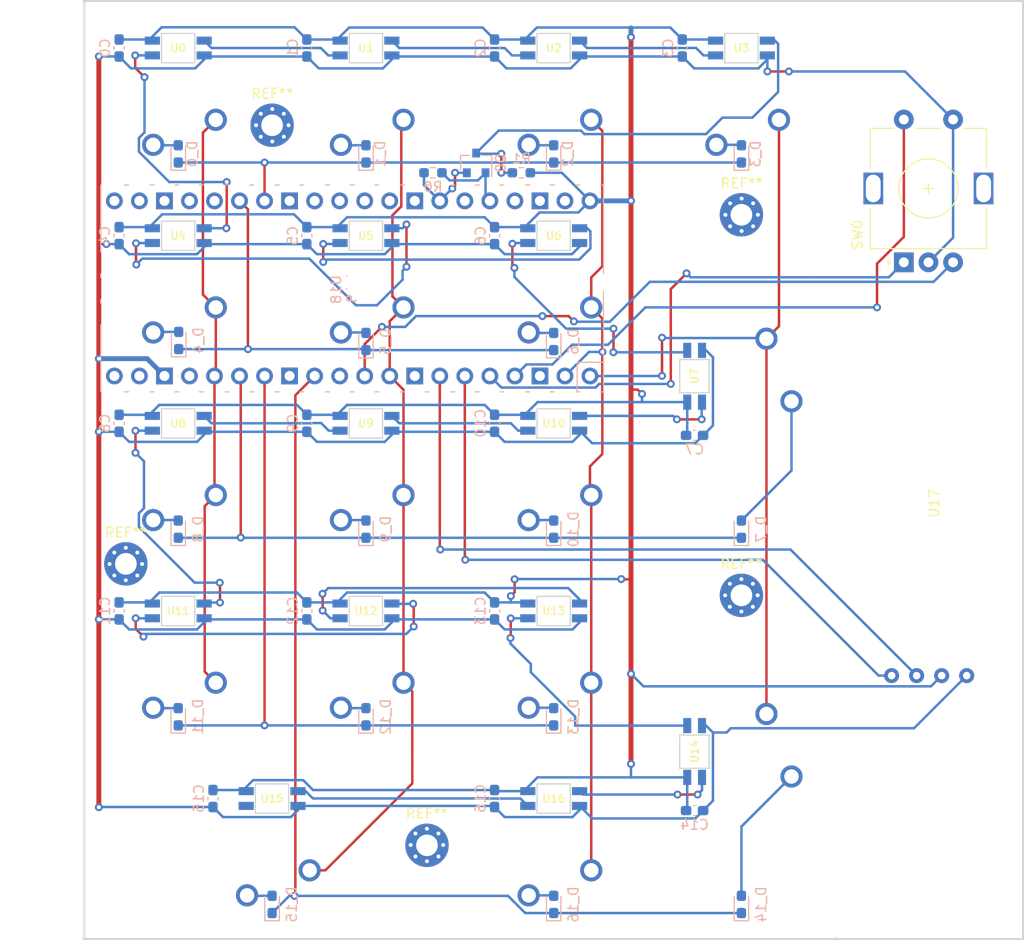
<source format=kicad_pcb>
(kicad_pcb (version 20171130) (host pcbnew "(5.1.10)-1")
  (layers (0 F.Cu signal) (31 B.Cu signal) (34 B.Paste user) (35 F.Paste user) (36 B.SilkS user) (37 F.SilkS user) (38 B.Mask user) (39 F.Mask user) (44 Edge.Cuts user))
  (net 0 "")
  (net 1 col0)
  (net 2 col1)
  (net 3 col2)
  (net 4 col3)
  (net 5 row0)
  (net 6 row1)
  (net 7 row2)
  (net 8 row3)
  (net 9 row4)
  (net 10 "Net-(D_0-Pad2)")
  (net 11 "Net-(D_1-Pad2)")
  (net 12 "Net-(D_2-Pad2)")
  (net 13 "Net-(D_3-Pad2)")
  (net 14 "Net-(D_4-Pad2)")
  (net 15 "Net-(D_5-Pad2)")
  (net 16 "Net-(D_6-Pad2)")
  (net 17 "Net-(D_8-Pad2)")
  (net 18 "Net-(D_9-Pad2)")
  (net 19 "Net-(D_10-Pad2)")
  (net 20 "Net-(D_7-Pad2)")
  (net 21 "Net-(D_11-Pad2)")
  (net 22 "Net-(D_12-Pad2)")
  (net 23 "Net-(D_13-Pad2)")
  (net 24 "Net-(D_15-Pad2)")
  (net 25 "Net-(D_16-Pad2)")
  (net 26 "Net-(D_14-Pad2)")
  (net 27 GND)
  (net 28 VBUS)
  (net 29 "Net-(U18-Pad21)")
  (net 30 "Net-(U18-Pad22)")
  (net 31 "Net-(U18-Pad24)")
  (net 32 "Net-(U18-Pad25)")
  (net 33 "Net-(U18-Pad29)")
  (net 34 "Net-(U18-Pad30)")
  (net 35 "Net-(U18-Pad31)")
  (net 36 "Net-(U18-Pad32)")
  (net 37 "Net-(U18-Pad33)")
  (net 38 "Net-(U18-Pad35)")
  (net 39 "Net-(U18-Pad37)")
  (net 40 "Net-(U18-Pad39)")
  (net 41 "Net-(U18-Pad20)")
  (net 42 "Net-(U18-Pad19)")
  (net 43 "Net-(U18-Pad17)")
  (net 44 "Net-(U2-PadP$3)")
  (net 45 "Net-(U0-PadP$4)")
  (net 46 "Net-(U0-PadP$3)")
  (net 47 "Net-(U1-PadP$3)")
  (net 48 "Net-(U4-PadP$4)")
  (net 49 "Net-(U5-PadP$4)")
  (net 50 "Net-(U10-PadP$3)")
  (net 51 "Net-(U11-PadP$3)")
  (net 52 "Net-(U8-PadP$3)")
  (net 53 "Net-(U10-PadP$4)")
  (net 54 "Net-(U11-PadP$4)")
  (net 55 "Net-(U12-PadP$4)")
  (net 56 "Net-(U13-PadP$4)")
  (net 57 "Net-(U14-PadP$4)")
  (net 58 "Net-(U15-PadP$3)")
  (net 59 "Net-(U6-PadP$4)")
  (net 60 "Net-(U15-PadP$4)")
  (net 61 5V_RGB_DATA)
  (net 62 3V3_RGB_DATA)
  (net 63 3V3)
  (net 64 "Net-(U18-Pad23)")
  (net 65 "Net-(U18-Pad8)")
  (net 66 "Net-(U18-Pad38)")
  (net 67 "Net-(U18-Pad28)")
  (net 68 "Net-(U18-Pad13)")
  (net 69 "Net-(U18-Pad3)")
  (net 70 "Net-(U18-Pad11)")
  (net 71 encoder_A)
  (net 72 encoder_B)
  (net 73 encoder_switch)
  (net 74 SCK)
  (net 75 SDA)
  (module MountingHole:MountingHole_2.2mm_M2_Pad_Via (layer F.Cu) (at 69.286 110.9472)
    (fp_text reference REF** (at 0 -3.2) (layer F.SilkS))
    (fp_text value MountingHole_2.2mm_M2_Pad_Via)
    (pad 1 thru_hole circle (at 0.0052 -0.0172) (size 4.4 4.4) (drill 2.2) (layers *.Cu *.Mask))
    (pad 1 thru_hole circle (at 1.65 0) (size 0.7 0.7) (drill 0.4) (layers *.Cu *.Mask))
    (pad 1 thru_hole circle (at 1.166726 1.166726) (size 0.7 0.7) (drill 0.4) (layers *.Cu *.Mask))
    (pad 1 thru_hole circle (at 0 1.65) (size 0.7 0.7) (drill 0.4) (layers *.Cu *.Mask))
    (pad 1 thru_hole circle (at -1.166726 1.166726) (size 0.7 0.7) (drill 0.4) (layers *.Cu *.Mask))
    (pad 1 thru_hole circle (at -1.65 0) (size 0.7 0.7) (drill 0.4) (layers *.Cu *.Mask))
    (pad 1 thru_hole circle (at -1.166726 -1.166726) (size 0.7 0.7) (drill 0.4) (layers *.Cu *.Mask))
    (pad 1 thru_hole circle (at 0 -1.65) (size 0.7 0.7) (drill 0.4) (layers *.Cu *.Mask))
    (pad 1 thru_hole circle (at 1.166726 -1.166726) (size 0.7 0.7) (drill 0.4) (layers *.Cu *.Mask))
  )
  (module MountingHole:MountingHole_2.2mm_M2_Pad_Via (layer F.Cu) (at 84.1502 66.3956)
    (fp_text reference REF** (at 0 -3.2) (layer F.SilkS))
    (fp_text value MountingHole_2.2mm_M2_Pad_Via)
    (pad 1 thru_hole circle (at 1.166726 -1.166726) (size 0.7 0.7) (drill 0.4) (layers *.Cu *.Mask))
    (pad 1 thru_hole circle (at 0 -1.65) (size 0.7 0.7) (drill 0.4) (layers *.Cu *.Mask))
    (pad 1 thru_hole circle (at -1.166726 -1.166726) (size 0.7 0.7) (drill 0.4) (layers *.Cu *.Mask))
    (pad 1 thru_hole circle (at -1.65 0) (size 0.7 0.7) (drill 0.4) (layers *.Cu *.Mask))
    (pad 1 thru_hole circle (at -1.166726 1.166726) (size 0.7 0.7) (drill 0.4) (layers *.Cu *.Mask))
    (pad 1 thru_hole circle (at 0 1.65) (size 0.7 0.7) (drill 0.4) (layers *.Cu *.Mask))
    (pad 1 thru_hole circle (at 1.166726 1.166726) (size 0.7 0.7) (drill 0.4) (layers *.Cu *.Mask))
    (pad 1 thru_hole circle (at 1.65 0) (size 0.7 0.7) (drill 0.4) (layers *.Cu *.Mask))
    (pad 1 thru_hole circle (at -0.0202 0) (size 4.4 4.4) (drill 2.2) (layers *.Cu *.Mask))
  )
  (module MountingHole:MountingHole_2.2mm_M2_Pad_Via (layer F.Cu) (at 99.8422 139.4714)
    (fp_text reference REF** (at 0 -3.2) (layer F.SilkS))
    (fp_text value MountingHole_2.2mm_M2_Pad_Via)
    (pad 1 thru_hole circle (at 1.166726 -1.166726) (size 0.7 0.7) (drill 0.4) (layers *.Cu *.Mask))
    (pad 1 thru_hole circle (at 0 -1.65) (size 0.7 0.7) (drill 0.4) (layers *.Cu *.Mask))
    (pad 1 thru_hole circle (at -1.166726 -1.166726) (size 0.7 0.7) (drill 0.4) (layers *.Cu *.Mask))
    (pad 1 thru_hole circle (at -1.65 0) (size 0.7 0.7) (drill 0.4) (layers *.Cu *.Mask))
    (pad 1 thru_hole circle (at -1.166726 1.166726) (size 0.7 0.7) (drill 0.4) (layers *.Cu *.Mask))
    (pad 1 thru_hole circle (at 0 1.65) (size 0.7 0.7) (drill 0.4) (layers *.Cu *.Mask))
    (pad 1 thru_hole circle (at 1.166726 1.166726) (size 0.7 0.7) (drill 0.4) (layers *.Cu *.Mask))
    (pad 1 thru_hole circle (at 1.65 0) (size 0.7 0.7) (drill 0.4) (layers *.Cu *.Mask))
    (pad 1 thru_hole circle (at 0.0052 0.0336) (size 4.4 4.4) (drill 2.2) (layers *.Cu *.Mask))
  )
  (module MountingHole:MountingHole_2.2mm_M2_Pad_Via (layer F.Cu) (at 131.7498 114.1222)
    (fp_text reference REF** (at 0 -3.2) (layer F.SilkS))
    (fp_text value MountingHole_2.2mm_M2_Pad_Via)
    (pad 1 thru_hole circle (at 0.0052 0) (size 4.4 4.4) (drill 2.2) (layers *.Cu *.Mask))
    (pad 1 thru_hole circle (at 1.65 0) (size 0.7 0.7) (drill 0.4) (layers *.Cu *.Mask))
    (pad 1 thru_hole circle (at 1.166726 1.166726) (size 0.7 0.7) (drill 0.4) (layers *.Cu *.Mask))
    (pad 1 thru_hole circle (at 0 1.65) (size 0.7 0.7) (drill 0.4) (layers *.Cu *.Mask))
    (pad 1 thru_hole circle (at -1.166726 1.166726) (size 0.7 0.7) (drill 0.4) (layers *.Cu *.Mask))
    (pad 1 thru_hole circle (at -1.65 0) (size 0.7 0.7) (drill 0.4) (layers *.Cu *.Mask))
    (pad 1 thru_hole circle (at -1.166726 -1.166726) (size 0.7 0.7) (drill 0.4) (layers *.Cu *.Mask))
    (pad 1 thru_hole circle (at 0 -1.65) (size 0.7 0.7) (drill 0.4) (layers *.Cu *.Mask))
    (pad 1 thru_hole circle (at 1.166726 -1.166726) (size 0.7 0.7) (drill 0.4) (layers *.Cu *.Mask))
  )
  (module MountingHole:MountingHole_2.2mm_M2_Pad_Via (layer F.Cu) (at 131.7752 75.4888)
    (fp_text reference REF** (at 0 -3.2) (layer F.SilkS))
    (fp_text value MountingHole_2.2mm_M2_Pad_Via)
    (pad 1 thru_hole circle (at 1.166726 -1.166726) (size 0.7 0.7) (drill 0.4) (layers *.Cu *.Mask))
    (pad 1 thru_hole circle (at 0 -1.65) (size 0.7 0.7) (drill 0.4) (layers *.Cu *.Mask))
    (pad 1 thru_hole circle (at -1.166726 -1.166726) (size 0.7 0.7) (drill 0.4) (layers *.Cu *.Mask))
    (pad 1 thru_hole circle (at -1.65 0) (size 0.7 0.7) (drill 0.4) (layers *.Cu *.Mask))
    (pad 1 thru_hole circle (at -1.166726 1.166726) (size 0.7 0.7) (drill 0.4) (layers *.Cu *.Mask))
    (pad 1 thru_hole circle (at 0 1.65) (size 0.7 0.7) (drill 0.4) (layers *.Cu *.Mask))
    (pad 1 thru_hole circle (at 1.166726 1.166726) (size 0.7 0.7) (drill 0.4) (layers *.Cu *.Mask))
    (pad 1 thru_hole circle (at 1.65 0) (size 0.7 0.7) (drill 0.4) (layers *.Cu *.Mask))
    (pad 1 thru_hole circle (at -0.0202 0) (size 4.4 4.4) (drill 2.2) (layers *.Cu *.Mask))
  )
  (module Screen:0.91_i2c_oled (layer F.Cu) (at 150.805 104.775 90)
    (fp_text reference U17 (at 0 0.5 90) (layer F.SilkS))
    (fp_text value 0.91_i2c_oled)
    (pad 4 thru_hole circle (at -17.5 -3.81 90) (size 1.524 1.524) (drill 0.762) (layers *.Cu *.Mask) (net 75 SDA))
    (pad 3 thru_hole circle (at -17.5 -1.27 90) (size 1.524 1.524) (drill 0.762) (layers *.Cu *.Mask) (net 74 SCK))
    (pad 2 thru_hole circle (at -17.5 1.27 90) (size 1.524 1.524) (drill 0.762) (layers *.Cu *.Mask) (net 28 VBUS))
    (pad 1 thru_hole circle (at -17.5 3.81 90) (size 1.524 1.524) (drill 0.762) (layers *.Cu *.Mask) (net 27 GND))
  )
  (module Rotary_Encoder:RotaryEncoder_Alps_EC11E-Switch_Vertical_H20mm (layer F.Cu) (at 148.2344 80.3148 90)
    (fp_text reference SW0 (at 2.8 -4.7 90) (layer F.SilkS))
    (fp_text value Rotary_Encoder_Switch)
    (pad A thru_hole rect (at 0 0 90) (size 2 2) (drill 1) (layers *.Cu *.Mask) (net 71 encoder_A))
    (pad C thru_hole circle (at 0 2.5 90) (size 2 2) (drill 1) (layers *.Cu *.Mask) (net 27 GND))
    (pad B thru_hole circle (at 0 5 90) (size 2 2) (drill 1) (layers *.Cu *.Mask) (net 72 encoder_B))
    (pad MP thru_hole rect (at 7.5 -3.1 90) (size 3.2 2) (drill oval 2.8 1.5) (layers *.Cu *.Mask))
    (pad MP thru_hole rect (at 7.5 8.1 90) (size 3.2 2) (drill oval 2.8 1.5) (layers *.Cu *.Mask))
    (pad S2 thru_hole circle (at 14.5 0 90) (size 2 2) (drill 1) (layers *.Cu *.Mask) (net 73 encoder_switch))
    (pad S1 thru_hole circle (at 14.5 5 90) (size 2 2) (drill 1) (layers *.Cu *.Mask) (net 27 GND))
  )
  (module Resistor_SMD:R_0603_1608Metric_Pad0.98x0.95mm_HandSolder (layer B.Cu) (at 100.457 71.2216)
    (fp_text reference R0 (at 0 1.43) (layer B.SilkS) (effects (justify mirror)))
    (fp_text value 10K)
    (pad 2 smd roundrect (at 0.9125 0) (size 0.975 0.95) (layers B.Cu B.Paste B.Mask) (net 63 3V3))
    (pad 1 smd roundrect (at -0.9125 0) (size 0.975 0.95) (layers B.Cu B.Paste B.Mask) (net 62 3V3_RGB_DATA))
  )
  (module Resistor_SMD:R_0603_1608Metric_Pad0.98x0.95mm_HandSolder (layer B.Cu) (at 109.4232 71.2216 180)
    (fp_text reference R1 (at 0 1.43) (layer B.SilkS) (effects (justify mirror)))
    (fp_text value 10K)
    (pad 2 smd roundrect (at 0.9125 0 180) (size 0.975 0.95) (layers B.Cu B.Paste B.Mask) (net 61 5V_RGB_DATA))
    (pad 1 smd roundrect (at -0.9125 0 180) (size 0.975 0.95) (layers B.Cu B.Paste B.Mask) (net 28 VBUS))
  )
  (module Package_TO_SOT_SMD:SOT-23 (layer B.Cu) (at 104.841 70.2216 90)
    (fp_text reference Q0 (at 0 2.5 90) (layer B.SilkS) (effects (justify mirror)))
    (fp_text value BSS138)
    (pad 3 smd rect (at 1 0 90) (size 0.9 0.8) (layers B.Cu B.Paste B.Mask) (net 61 5V_RGB_DATA))
    (pad 2 smd rect (at -1 -0.95 90) (size 0.9 0.8) (layers B.Cu B.Paste B.Mask) (net 62 3V3_RGB_DATA))
    (pad 1 smd rect (at -1 0.95 90) (size 0.9 0.8) (layers B.Cu B.Paste B.Mask) (net 63 3V3))
  )
  (module SK6812MINI-E:SK6812MINI-E_RVRSMOUNT (layer F.Cu) (at 127.005 91.88 90)
    (fp_text reference U7 (at 0 0 90) (layer F.SilkS) (effects (font (size 0.787402 0.787402))))
    (fp_text value SK6812MINI-E)
    (pad P$3 smd custom (at 2.628 -0.75 90) (size 1.35 0.635) (layers B.Cu B.Paste B.Mask) (net 59 "Net-(U6-PadP$4)") (options (clearance outline) (anchor rect)) (primitives (gr_poly (pts (xy -0.774 -0.41) (xy -0.774 0.41) (xy 0.772 0.41) (xy 0.772 -0.41)) (width 0.001))))
    (pad P$1 smd custom (at 2.628 0.75 90) (size 1.35 0.635) (layers B.Cu B.Paste B.Mask) (net 27 GND) (options (clearance outline) (anchor rect)) (primitives (gr_poly (pts (xy 0.772 -0.41) (xy 0.772 0.41019) (xy -0.774 0.41) (xy -0.774 -0.41)) (width 0.001))))
    (pad P$4 smd custom (at -2.628 0.75 90) (size 1.35 0.635) (layers B.Cu B.Paste B.Mask) (net 50 "Net-(U10-PadP$3)") (options (clearance outline) (anchor rect)) (primitives (gr_poly (pts (xy -0.772 -0.41) (xy -0.772 0.41) (xy 0.774 0.41) (xy 0.774 -0.41)) (width 0.001))))
    (pad P$2 smd custom (at -2.628 -0.75 90) (size 1.35 0.635) (layers B.Cu B.Paste B.Mask) (net 28 VBUS) (options (clearance outline) (anchor rect)) (primitives (gr_poly (pts (xy 0.774 0.41) (xy -0.772 0.41) (xy -0.772 -0.41) (xy 0.774 -0.41)) (width 0.001))))
  )
  (module Diode_SMD:D_0603_1608Metric_Pad1.05x0.95mm_HandSolder (layer B.Cu) (at 131.755 69.305 90)
    (fp_text reference D_3 (at 0 1.43 90) (layer B.SilkS) (effects (justify mirror)))
    (fp_text value D)
    (pad 2 smd roundrect (at 0.875 0 90) (size 1.05 0.95) (layers B.Cu B.Paste B.Mask) (net 13 "Net-(D_3-Pad2)"))
    (pad 1 smd roundrect (at -0.875 0 90) (size 1.05 0.95) (layers B.Cu B.Paste B.Mask) (net 5 row0))
  )
  (module Diode_SMD:D_0603_1608Metric_Pad1.05x0.95mm_HandSolder (layer B.Cu) (at 112.705 69.305 90)
    (fp_text reference D_2 (at 0 1.43 90) (layer B.SilkS) (effects (justify mirror)))
    (fp_text value D)
    (pad 2 smd roundrect (at 0.875 0 90) (size 1.05 0.95) (layers B.Cu B.Paste B.Mask) (net 12 "Net-(D_2-Pad2)"))
    (pad 1 smd roundrect (at -0.875 0 90) (size 1.05 0.95) (layers B.Cu B.Paste B.Mask) (net 5 row0))
  )
  (module Diode_SMD:D_0603_1608Metric_Pad1.05x0.95mm_HandSolder (layer B.Cu) (at 93.655 69.305 90)
    (fp_text reference D_1 (at 0 1.43 90) (layer B.SilkS) (effects (justify mirror)))
    (fp_text value D)
    (pad 2 smd roundrect (at 0.875 0 90) (size 1.05 0.95) (layers B.Cu B.Paste B.Mask) (net 11 "Net-(D_1-Pad2)"))
    (pad 1 smd roundrect (at -0.875 0 90) (size 1.05 0.95) (layers B.Cu B.Paste B.Mask) (net 5 row0))
  )
  (module Diode_SMD:D_0603_1608Metric_Pad1.05x0.95mm_HandSolder (layer B.Cu) (at 74.605 69.305 90)
    (fp_text reference D_0 (at 0 1.43 90) (layer B.SilkS) (effects (justify mirror)))
    (fp_text value D)
    (pad 2 smd roundrect (at 0.875 0 90) (size 1.05 0.95) (layers B.Cu B.Paste B.Mask) (net 10 "Net-(D_0-Pad2)"))
    (pad 1 smd roundrect (at -0.875 0 90) (size 1.05 0.95) (layers B.Cu B.Paste B.Mask) (net 5 row0))
  )
  (module Diode_SMD:D_0603_1608Metric_Pad1.05x0.95mm_HandSolder (layer B.Cu) (at 112.705 145.505 90)
    (fp_text reference D_16 (at 0 2 90) (layer B.SilkS) (effects (justify mirror)))
    (fp_text value D)
    (pad 2 smd roundrect (at 0.875 0 90) (size 1.05 0.95) (layers B.Cu B.Paste B.Mask) (net 25 "Net-(D_16-Pad2)"))
    (pad 1 smd roundrect (at -0.875 0 90) (size 1.05 0.95) (layers B.Cu B.Paste B.Mask) (net 9 row4))
  )
  (module Diode_SMD:D_0603_1608Metric_Pad1.05x0.95mm_HandSolder (layer B.Cu) (at 84.13 145.505 90)
    (fp_text reference D_15 (at 0 2 90) (layer B.SilkS) (effects (justify mirror)))
    (fp_text value D)
    (pad 2 smd roundrect (at 0.875 0 90) (size 1.05 0.95) (layers B.Cu B.Paste B.Mask) (net 24 "Net-(D_15-Pad2)"))
    (pad 1 smd roundrect (at -0.875 0 90) (size 1.05 0.95) (layers B.Cu B.Paste B.Mask) (net 9 row4))
  )
  (module Diode_SMD:D_0603_1608Metric_Pad1.05x0.95mm_HandSolder (layer B.Cu) (at 131.755 145.505 90)
    (fp_text reference D_14 (at 0 2 90) (layer B.SilkS) (effects (justify mirror)))
    (fp_text value D)
    (pad 2 smd roundrect (at 0.875 0 90) (size 1.05 0.95) (layers B.Cu B.Paste B.Mask) (net 26 "Net-(D_14-Pad2)"))
    (pad 1 smd roundrect (at -0.875 0 90) (size 1.05 0.95) (layers B.Cu B.Paste B.Mask) (net 9 row4))
  )
  (module Diode_SMD:D_0603_1608Metric_Pad1.05x0.95mm_HandSolder (layer B.Cu) (at 112.705 126.455 90)
    (fp_text reference D_13 (at 0 2 90) (layer B.SilkS) (effects (justify mirror)))
    (fp_text value D)
    (pad 2 smd roundrect (at 0.875 0 90) (size 1.05 0.95) (layers B.Cu B.Paste B.Mask) (net 23 "Net-(D_13-Pad2)"))
    (pad 1 smd roundrect (at -0.875 0 90) (size 1.05 0.95) (layers B.Cu B.Paste B.Mask) (net 8 row3))
  )
  (module Diode_SMD:D_0603_1608Metric_Pad1.05x0.95mm_HandSolder (layer B.Cu) (at 93.655 126.455 90)
    (fp_text reference D_12 (at 0 2 90) (layer B.SilkS) (effects (justify mirror)))
    (fp_text value D)
    (pad 2 smd roundrect (at 0.875 0 90) (size 1.05 0.95) (layers B.Cu B.Paste B.Mask) (net 22 "Net-(D_12-Pad2)"))
    (pad 1 smd roundrect (at -0.875 0 90) (size 1.05 0.95) (layers B.Cu B.Paste B.Mask) (net 8 row3))
  )
  (module Diode_SMD:D_0603_1608Metric_Pad1.05x0.95mm_HandSolder (layer B.Cu) (at 74.605 126.455 90)
    (fp_text reference D_11 (at 0 2 90) (layer B.SilkS) (effects (justify mirror)))
    (fp_text value D)
    (pad 2 smd roundrect (at 0.875 0 90) (size 1.05 0.95) (layers B.Cu B.Paste B.Mask) (net 21 "Net-(D_11-Pad2)"))
    (pad 1 smd roundrect (at -0.875 0 90) (size 1.05 0.95) (layers B.Cu B.Paste B.Mask) (net 8 row3))
  )
  (module Diode_SMD:D_0603_1608Metric_Pad1.05x0.95mm_HandSolder (layer B.Cu) (at 112.705 107.405 90)
    (fp_text reference D_10 (at 0 2 90) (layer B.SilkS) (effects (justify mirror)))
    (fp_text value D)
    (pad 2 smd roundrect (at 0.875 0 90) (size 1.05 0.95) (layers B.Cu B.Paste B.Mask) (net 19 "Net-(D_10-Pad2)"))
    (pad 1 smd roundrect (at -0.875 0 90) (size 1.05 0.95) (layers B.Cu B.Paste B.Mask) (net 7 row2))
  )
  (module Diode_SMD:D_0603_1608Metric_Pad1.05x0.95mm_HandSolder (layer B.Cu) (at 93.655 107.405 90)
    (fp_text reference D_9 (at 0 2 90) (layer B.SilkS) (effects (justify mirror)))
    (fp_text value D)
    (pad 2 smd roundrect (at 0.875 0 90) (size 1.05 0.95) (layers B.Cu B.Paste B.Mask) (net 18 "Net-(D_9-Pad2)"))
    (pad 1 smd roundrect (at -0.875 0 90) (size 1.05 0.95) (layers B.Cu B.Paste B.Mask) (net 7 row2))
  )
  (module Diode_SMD:D_0603_1608Metric_Pad1.05x0.95mm_HandSolder (layer B.Cu) (at 74.605 107.405 90)
    (fp_text reference D_8 (at 0 2 90) (layer B.SilkS) (effects (justify mirror)))
    (fp_text value D)
    (pad 2 smd roundrect (at 0.875 0 90) (size 1.05 0.95) (layers B.Cu B.Paste B.Mask) (net 17 "Net-(D_8-Pad2)"))
    (pad 1 smd roundrect (at -0.875 0 90) (size 1.05 0.95) (layers B.Cu B.Paste B.Mask) (net 7 row2))
  )
  (module Diode_SMD:D_0603_1608Metric_Pad1.05x0.95mm_HandSolder (layer B.Cu) (at 131.755 107.405 90)
    (fp_text reference D_7 (at 0 2 90) (layer B.SilkS) (effects (justify mirror)))
    (fp_text value D)
    (pad 2 smd roundrect (at 0.875 0 90) (size 1.05 0.95) (layers B.Cu B.Paste B.Mask) (net 20 "Net-(D_7-Pad2)"))
    (pad 1 smd roundrect (at -0.875 0 90) (size 1.05 0.95) (layers B.Cu B.Paste B.Mask) (net 7 row2))
  )
  (module Diode_SMD:D_0603_1608Metric_Pad1.05x0.95mm_HandSolder (layer B.Cu) (at 112.705 88.355 90)
    (fp_text reference D_6 (at 0 2 90) (layer B.SilkS) (effects (justify mirror)))
    (fp_text value D)
    (pad 2 smd roundrect (at 0.875 0 90) (size 1.05 0.95) (layers B.Cu B.Paste B.Mask) (net 16 "Net-(D_6-Pad2)"))
    (pad 1 smd roundrect (at -0.875 0 90) (size 1.05 0.95) (layers B.Cu B.Paste B.Mask) (net 6 row1))
  )
  (module Diode_SMD:D_0603_1608Metric_Pad1.05x0.95mm_HandSolder (layer B.Cu) (at 93.655 88.355 90)
    (fp_text reference D_5 (at 0 2 90) (layer B.SilkS) (effects (justify mirror)))
    (fp_text value D)
    (pad 2 smd roundrect (at 0.875 0 90) (size 1.05 0.95) (layers B.Cu B.Paste B.Mask) (net 15 "Net-(D_5-Pad2)"))
    (pad 1 smd roundrect (at -0.875 0 90) (size 1.05 0.95) (layers B.Cu B.Paste B.Mask) (net 6 row1))
  )
  (module Diode_SMD:D_0603_1608Metric_Pad1.05x0.95mm_HandSolder (layer B.Cu) (at 74.65 88.25 90)
    (fp_text reference D_4 (at 0 2 90) (layer B.SilkS) (effects (justify mirror)))
    (fp_text value D)
    (pad 2 smd roundrect (at 0.875 0 90) (size 1.05 0.95) (layers B.Cu B.Paste B.Mask) (net 14 "Net-(D_4-Pad2)"))
    (pad 1 smd roundrect (at -0.875 0 90) (size 1.05 0.95) (layers B.Cu B.Paste B.Mask) (net 6 row1))
  )
  (module RaspberryPiPico:RPi_Pico_TH_no_DEBUG_no_pads (layer B.Cu) (at 91.125 83.075 90)
    (fp_text reference U18 (at 0 -0.5 90) (layer B.SilkS) (effects (justify mirror)))
    (fp_text value Pico)
    (fp_text user U18 (at 0.11 1.13 90) (layer B.SilkS) (effects (justify mirror)))
    (pad 21 thru_hole oval (at 9 -23 90) (size 1.7 1.7) (drill 1.02) (layers *.Cu *.Mask) (net 29 "Net-(U18-Pad21)"))
    (pad 34 thru_hole oval (at 9 10.02 90) (size 1.7 1.7) (drill 1.02) (layers *.Cu *.Mask) (net 62 3V3_RGB_DATA))
    (pad 9 thru_hole oval (at -8.78 4.94 90) (size 1.7 1.7) (drill 1.02) (layers *.Cu *.Mask) (net 2 col1))
    (pad 40 thru_hole oval (at 9 25.26 90) (size 1.7 1.7) (drill 1.02) (layers *.Cu *.Mask) (net 28 VBUS))
    (pad 16 thru_hole oval (at -8.78 -12.84 90) (size 1.7 1.7) (drill 1.02) (layers *.Cu *.Mask) (net 1 col0))
    (pad 25 thru_hole oval (at 9 -12.84 90) (size 1.7 1.7) (drill 1.02) (layers *.Cu *.Mask) (net 32 "Net-(U18-Pad25)"))
    (pad 11 thru_hole oval (at -8.78 -0.14 90) (size 1.7 1.7) (drill 1.02) (layers *.Cu *.Mask) (net 70 "Net-(U18-Pad11)"))
    (pad 30 thru_hole oval (at 9 -0.14 90) (size 1.7 1.7) (drill 1.02) (layers *.Cu *.Mask) (net 34 "Net-(U18-Pad30)"))
    (pad 31 thru_hole oval (at 9 2.4 90) (size 1.7 1.7) (drill 1.02) (layers *.Cu *.Mask) (net 35 "Net-(U18-Pad31)"))
    (pad 39 thru_hole oval (at 9 22.72 90) (size 1.7 1.7) (drill 1.02) (layers *.Cu *.Mask) (net 40 "Net-(U18-Pad39)"))
    (pad 33 thru_hole rect (at 9 7.48 90) (size 1.7 1.7) (drill 1.02) (layers *.Cu *.Mask) (net 37 "Net-(U18-Pad33)"))
    (pad 18 thru_hole rect (at -8.78 -17.92 90) (size 1.7 1.7) (drill 1.02) (layers *.Cu *.Mask) (net 27 GND))
    (pad 35 thru_hole oval (at 9 12.56 90) (size 1.7 1.7) (drill 1.02) (layers *.Cu *.Mask) (net 38 "Net-(U18-Pad35)"))
    (pad 23 thru_hole rect (at 9 -17.92 90) (size 1.7 1.7) (drill 1.02) (layers *.Cu *.Mask) (net 64 "Net-(U18-Pad23)"))
    (pad 15 thru_hole oval (at -8.78 -10.3 90) (size 1.7 1.7) (drill 1.02) (layers *.Cu *.Mask) (net 7 row2))
    (pad 12 thru_hole oval (at -8.78 -2.68 90) (size 1.7 1.7) (drill 1.02) (layers *.Cu *.Mask) (net 9 row4))
    (pad 8 thru_hole rect (at -8.78 7.48 90) (size 1.7 1.7) (drill 1.02) (layers *.Cu *.Mask) (net 65 "Net-(U18-Pad8)"))
    (pad 7 thru_hole oval (at -8.78 10.02 90) (size 1.7 1.7) (drill 1.02) (layers *.Cu *.Mask) (net 74 SCK))
    (pad 36 thru_hole oval (at 9 15.1 90) (size 1.7 1.7) (drill 1.02) (layers *.Cu *.Mask) (net 63 3V3))
    (pad 26 thru_hole oval (at 9 -10.3 90) (size 1.7 1.7) (drill 1.02) (layers *.Cu *.Mask) (net 6 row1))
    (pad 38 thru_hole rect (at 9 20.18 90) (size 1.7 1.7) (drill 1.02) (layers *.Cu *.Mask) (net 66 "Net-(U18-Pad38)"))
    (pad 37 thru_hole oval (at 9 17.64 90) (size 1.7 1.7) (drill 1.02) (layers *.Cu *.Mask) (net 39 "Net-(U18-Pad37)"))
    (pad 29 thru_hole oval (at 9 -2.68 90) (size 1.7 1.7) (drill 1.02) (layers *.Cu *.Mask) (net 33 "Net-(U18-Pad29)"))
    (pad 28 thru_hole rect (at 9 -5.22 90) (size 1.7 1.7) (drill 1.02) (layers *.Cu *.Mask) (net 67 "Net-(U18-Pad28)"))
    (pad 24 thru_hole oval (at 9 -15.38 90) (size 1.7 1.7) (drill 1.02) (layers *.Cu *.Mask) (net 31 "Net-(U18-Pad24)"))
    (pad 19 thru_hole oval (at -8.78 -20.46 90) (size 1.7 1.7) (drill 1.02) (layers *.Cu *.Mask) (net 42 "Net-(U18-Pad19)"))
    (pad 17 thru_hole oval (at -8.78 -15.38 90) (size 1.7 1.7) (drill 1.02) (layers *.Cu *.Mask) (net 43 "Net-(U18-Pad17)"))
    (pad 32 thru_hole oval (at 9 4.94 90) (size 1.7 1.7) (drill 1.02) (layers *.Cu *.Mask) (net 36 "Net-(U18-Pad32)"))
    (pad 14 thru_hole oval (at -8.78 -7.76 90) (size 1.7 1.7) (drill 1.02) (layers *.Cu *.Mask) (net 8 row3))
    (pad 10 thru_hole oval (at -8.78 2.4 90) (size 1.7 1.7) (drill 1.02) (layers *.Cu *.Mask) (net 72 encoder_B))
    (pad 27 thru_hole oval (at 9 -7.76 90) (size 1.7 1.7) (drill 1.02) (layers *.Cu *.Mask) (net 5 row0))
    (pad 20 thru_hole oval (at -8.78 -23 90) (size 1.7 1.7) (drill 1.02) (layers *.Cu *.Mask) (net 41 "Net-(U18-Pad20)"))
    (pad 13 thru_hole rect (at -8.78 -5.22 90) (size 1.7 1.7) (drill 1.02) (layers *.Cu *.Mask) (net 68 "Net-(U18-Pad13)"))
    (pad 22 thru_hole oval (at 9 -20.46 90) (size 1.7 1.7) (drill 1.02) (layers *.Cu *.Mask) (net 30 "Net-(U18-Pad22)"))
    (pad 2 thru_hole oval (at -8.78 22.72 90) (size 1.7 1.7) (drill 1.02) (layers *.Cu *.Mask) (net 3 col2))
    (pad 3 thru_hole rect (at -8.78 20.18 90) (size 1.7 1.7) (drill 1.02) (layers *.Cu *.Mask) (net 69 "Net-(U18-Pad3)"))
    (pad 4 thru_hole oval (at -8.78 17.64 90) (size 1.7 1.7) (drill 1.02) (layers *.Cu *.Mask) (net 73 encoder_switch))
    (pad 6 thru_hole oval (at -8.78 12.56 90) (size 1.7 1.7) (drill 1.02) (layers *.Cu *.Mask) (net 75 SDA))
    (pad 5 thru_hole oval (at -8.78 15.1 90) (size 1.7 1.7) (drill 1.02) (layers *.Cu *.Mask) (net 71 encoder_A))
    (pad 1 thru_hole oval (at -8.78 25.26 90) (size 1.7 1.7) (drill 1.02) (layers *.Cu *.Mask) (net 4 col3))
  )
  (module Capacitor_SMD:C_0603_1608Metric_Pad1.08x0.95mm_HandSolder (layer B.Cu) (at 106.705 134.755 270)
    (fp_text reference C16 (at 0 1.43 90) (layer B.SilkS) (effects (justify mirror)))
    (fp_text value 100nF)
    (pad 2 smd roundrect (at 0.8625 0 270) (size 1.075 0.95) (layers B.Cu B.Paste B.Mask) (net 27 GND))
    (pad 1 smd roundrect (at -0.8625 0 270) (size 1.075 0.95) (layers B.Cu B.Paste B.Mask) (net 28 VBUS))
  )
  (module Capacitor_SMD:C_0603_1608Metric_Pad1.08x0.95mm_HandSolder (layer B.Cu) (at 78.13 134.755 270)
    (fp_text reference C15 (at 0 1.43 90) (layer B.SilkS) (effects (justify mirror)))
    (fp_text value 100nF)
    (pad 2 smd roundrect (at 0.8625 0 270) (size 1.075 0.95) (layers B.Cu B.Paste B.Mask) (net 27 GND))
    (pad 1 smd roundrect (at -0.8625 0 270) (size 1.075 0.95) (layers B.Cu B.Paste B.Mask) (net 28 VBUS))
  )
  (module Capacitor_SMD:C_0603_1608Metric_Pad1.08x0.95mm_HandSolder (layer B.Cu) (at 127.005 135.98)
    (fp_text reference C14 (at 0 1.43) (layer B.SilkS) (effects (justify mirror)))
    (fp_text value 100nF)
    (pad 2 smd roundrect (at 0.8625 0) (size 1.075 0.95) (layers B.Cu B.Paste B.Mask) (net 27 GND))
    (pad 1 smd roundrect (at -0.8625 0) (size 1.075 0.95) (layers B.Cu B.Paste B.Mask) (net 28 VBUS))
  )
  (module Capacitor_SMD:C_0603_1608Metric_Pad1.08x0.95mm_HandSolder (layer B.Cu) (at 106.705 115.705 270)
    (fp_text reference C13 (at 0 1.43 90) (layer B.SilkS) (effects (justify mirror)))
    (fp_text value 100nF)
    (pad 2 smd roundrect (at 0.8625 0 270) (size 1.075 0.95) (layers B.Cu B.Paste B.Mask) (net 27 GND))
    (pad 1 smd roundrect (at -0.8625 0 270) (size 1.075 0.95) (layers B.Cu B.Paste B.Mask) (net 28 VBUS))
  )
  (module Capacitor_SMD:C_0603_1608Metric_Pad1.08x0.95mm_HandSolder (layer B.Cu) (at 87.655 115.705 270)
    (fp_text reference C12 (at 0 1.43 90) (layer B.SilkS) (effects (justify mirror)))
    (fp_text value 100nF)
    (pad 2 smd roundrect (at 0.8625 0 270) (size 1.075 0.95) (layers B.Cu B.Paste B.Mask) (net 27 GND))
    (pad 1 smd roundrect (at -0.8625 0 270) (size 1.075 0.95) (layers B.Cu B.Paste B.Mask) (net 28 VBUS))
  )
  (module Capacitor_SMD:C_0603_1608Metric_Pad1.08x0.95mm_HandSolder (layer B.Cu) (at 68.605 115.705 270)
    (fp_text reference C11 (at 0 1.43 90) (layer B.SilkS) (effects (justify mirror)))
    (fp_text value 100nF)
    (pad 2 smd roundrect (at 0.8625 0 270) (size 1.075 0.95) (layers B.Cu B.Paste B.Mask) (net 27 GND))
    (pad 1 smd roundrect (at -0.8625 0 270) (size 1.075 0.95) (layers B.Cu B.Paste B.Mask) (net 28 VBUS))
  )
  (module Capacitor_SMD:C_0603_1608Metric_Pad1.08x0.95mm_HandSolder (layer B.Cu) (at 106.705 96.655 270)
    (fp_text reference C10 (at 0 1.43 90) (layer B.SilkS) (effects (justify mirror)))
    (fp_text value 100nF)
    (pad 2 smd roundrect (at 0.8625 0 270) (size 1.075 0.95) (layers B.Cu B.Paste B.Mask) (net 27 GND))
    (pad 1 smd roundrect (at -0.8625 0 270) (size 1.075 0.95) (layers B.Cu B.Paste B.Mask) (net 28 VBUS))
  )
  (module Capacitor_SMD:C_0603_1608Metric_Pad1.08x0.95mm_HandSolder (layer B.Cu) (at 87.655 96.655 270)
    (fp_text reference C9 (at 0 1.43 90) (layer B.SilkS) (effects (justify mirror)))
    (fp_text value 100nF)
    (pad 2 smd roundrect (at 0.8625 0 270) (size 1.075 0.95) (layers B.Cu B.Paste B.Mask) (net 27 GND))
    (pad 1 smd roundrect (at -0.8625 0 270) (size 1.075 0.95) (layers B.Cu B.Paste B.Mask) (net 28 VBUS))
  )
  (module Capacitor_SMD:C_0603_1608Metric_Pad1.08x0.95mm_HandSolder (layer B.Cu) (at 68.605 96.655 270)
    (fp_text reference C8 (at 0 1.43 90) (layer B.SilkS) (effects (justify mirror)))
    (fp_text value 100nF)
    (pad 2 smd roundrect (at 0.8625 0 270) (size 1.075 0.95) (layers B.Cu B.Paste B.Mask) (net 27 GND))
    (pad 1 smd roundrect (at -0.8625 0 270) (size 1.075 0.95) (layers B.Cu B.Paste B.Mask) (net 28 VBUS))
  )
  (module Capacitor_SMD:C_0603_1608Metric_Pad1.08x0.95mm_HandSolder (layer B.Cu) (at 127.005 97.88)
    (fp_text reference C7 (at 0 1.43) (layer B.SilkS) (effects (justify mirror)))
    (fp_text value 100nF)
    (pad 2 smd roundrect (at 0.8625 0) (size 1.075 0.95) (layers B.Cu B.Paste B.Mask) (net 27 GND))
    (pad 1 smd roundrect (at -0.8625 0) (size 1.075 0.95) (layers B.Cu B.Paste B.Mask) (net 28 VBUS))
  )
  (module Capacitor_SMD:C_0603_1608Metric_Pad1.08x0.95mm_HandSolder (layer B.Cu) (at 106.705 77.605 270)
    (fp_text reference C6 (at 0 1.43 90) (layer B.SilkS) (effects (justify mirror)))
    (fp_text value 100nF)
    (pad 2 smd roundrect (at 0.8625 0 270) (size 1.075 0.95) (layers B.Cu B.Paste B.Mask) (net 27 GND))
    (pad 1 smd roundrect (at -0.8625 0 270) (size 1.075 0.95) (layers B.Cu B.Paste B.Mask) (net 28 VBUS))
  )
  (module Capacitor_SMD:C_0603_1608Metric_Pad1.08x0.95mm_HandSolder (layer B.Cu) (at 87.655 77.605 270)
    (fp_text reference C5 (at 0 1.43 90) (layer B.SilkS) (effects (justify mirror)))
    (fp_text value 100nF)
    (pad 2 smd roundrect (at 0.8625 0 270) (size 1.075 0.95) (layers B.Cu B.Paste B.Mask) (net 27 GND))
    (pad 1 smd roundrect (at -0.8625 0 270) (size 1.075 0.95) (layers B.Cu B.Paste B.Mask) (net 28 VBUS))
  )
  (module Capacitor_SMD:C_0603_1608Metric_Pad1.08x0.95mm_HandSolder (layer B.Cu) (at 68.605 77.605 270)
    (fp_text reference C4 (at 0 1.43 90) (layer B.SilkS) (effects (justify mirror)))
    (fp_text value 100nF)
    (pad 2 smd roundrect (at 0.8625 0 270) (size 1.075 0.95) (layers B.Cu B.Paste B.Mask) (net 27 GND))
    (pad 1 smd roundrect (at -0.8625 0 270) (size 1.075 0.95) (layers B.Cu B.Paste B.Mask) (net 28 VBUS))
  )
  (module Capacitor_SMD:C_0603_1608Metric_Pad1.08x0.95mm_HandSolder (layer B.Cu) (at 125.755 58.555 270)
    (fp_text reference C3 (at 0 1.43 90) (layer B.SilkS) (effects (justify mirror)))
    (fp_text value 100nF)
    (pad 2 smd roundrect (at 0.8625 0 270) (size 1.075 0.95) (layers B.Cu B.Paste B.Mask) (net 27 GND))
    (pad 1 smd roundrect (at -0.8625 0 270) (size 1.075 0.95) (layers B.Cu B.Paste B.Mask) (net 28 VBUS))
  )
  (module Capacitor_SMD:C_0603_1608Metric_Pad1.08x0.95mm_HandSolder (layer B.Cu) (at 106.705 58.555 270)
    (fp_text reference C2 (at 0 1.43 90) (layer B.SilkS) (effects (justify mirror)))
    (fp_text value 100nF)
    (pad 2 smd roundrect (at 0.8625 0 270) (size 1.075 0.95) (layers B.Cu B.Paste B.Mask) (net 27 GND))
    (pad 1 smd roundrect (at -0.8625 0 270) (size 1.075 0.95) (layers B.Cu B.Paste B.Mask) (net 28 VBUS))
  )
  (module Capacitor_SMD:C_0603_1608Metric_Pad1.08x0.95mm_HandSolder (layer B.Cu) (at 87.655 58.555 270)
    (fp_text reference C1 (at 0 1.43 90) (layer B.SilkS) (effects (justify mirror)))
    (fp_text value 100nF)
    (pad 2 smd roundrect (at 0.8625 0 270) (size 1.075 0.95) (layers B.Cu B.Paste B.Mask) (net 27 GND))
    (pad 1 smd roundrect (at -0.8625 0 270) (size 1.075 0.95) (layers B.Cu B.Paste B.Mask) (net 28 VBUS))
  )
  (module Capacitor_SMD:C_0603_1608Metric_Pad1.08x0.95mm_HandSolder (layer B.Cu) (at 68.605 58.555 270)
    (fp_text reference C0 (at 0 1.43 90) (layer B.SilkS) (effects (justify mirror)))
    (fp_text value 100nF)
    (pad 2 smd roundrect (at 0.8625 0 270) (size 1.075 0.95) (layers B.Cu B.Paste B.Mask) (net 27 GND))
    (pad 1 smd roundrect (at -0.8625 0 270) (size 1.075 0.95) (layers B.Cu B.Paste B.Mask) (net 28 VBUS))
  )
  (module SK6812MINI-E:SK6812MINI-E_RVRSMOUNT (layer F.Cu) (at 93.655 77.605)
    (fp_text reference U5 (at 0 0) (layer F.SilkS) (effects (font (size 0.787402 0.787402))))
    (fp_text value SK6812MINI-E)
    (pad P$3 smd custom (at 2.628 -0.75) (size 1.35 0.635) (layers B.Cu B.Paste B.Mask) (net 48 "Net-(U4-PadP$4)") (options (clearance outline) (anchor rect)) (primitives (gr_poly (pts (xy -0.774 -0.41) (xy -0.774 0.41) (xy 0.772 0.41) (xy 0.772 -0.41)) (width 0.001))))
    (pad P$1 smd custom (at 2.628 0.75) (size 1.35 0.635) (layers B.Cu B.Paste B.Mask) (net 27 GND) (options (clearance outline) (anchor rect)) (primitives (gr_poly (pts (xy 0.772 -0.41) (xy 0.772 0.41019) (xy -0.774 0.41) (xy -0.774 -0.41)) (width 0.001))))
    (pad P$4 smd custom (at -2.628 0.75) (size 1.35 0.635) (layers B.Cu B.Paste B.Mask) (net 49 "Net-(U5-PadP$4)") (options (clearance outline) (anchor rect)) (primitives (gr_poly (pts (xy -0.772 -0.41) (xy -0.772 0.41) (xy 0.774 0.41) (xy 0.774 -0.41)) (width 0.001))))
    (pad P$2 smd custom (at -2.628 -0.75) (size 1.35 0.635) (layers B.Cu B.Paste B.Mask) (net 28 VBUS) (options (clearance outline) (anchor rect)) (primitives (gr_poly (pts (xy 0.774 0.41) (xy -0.772 0.41) (xy -0.772 -0.41) (xy 0.774 -0.41)) (width 0.001))))
  )
  (module SK6812MINI-E:SK6812MINI-E_RVRSMOUNT (layer F.Cu) (at 93.655 96.655)
    (fp_text reference U9 (at 0 0) (layer F.SilkS) (effects (font (size 0.787402 0.787402))))
    (fp_text value SK6812MINI-E)
    (pad P$3 smd custom (at 2.628 -0.75) (size 1.35 0.635) (layers B.Cu B.Paste B.Mask) (net 53 "Net-(U10-PadP$4)") (options (clearance outline) (anchor rect)) (primitives (gr_poly (pts (xy -0.774 -0.41) (xy -0.774 0.41) (xy 0.772 0.41) (xy 0.772 -0.41)) (width 0.001))))
    (pad P$1 smd custom (at 2.628 0.75) (size 1.35 0.635) (layers B.Cu B.Paste B.Mask) (net 27 GND) (options (clearance outline) (anchor rect)) (primitives (gr_poly (pts (xy 0.772 -0.41) (xy 0.772 0.41019) (xy -0.774 0.41) (xy -0.774 -0.41)) (width 0.001))))
    (pad P$4 smd custom (at -2.628 0.75) (size 1.35 0.635) (layers B.Cu B.Paste B.Mask) (net 52 "Net-(U8-PadP$3)") (options (clearance outline) (anchor rect)) (primitives (gr_poly (pts (xy -0.772 -0.41) (xy -0.772 0.41) (xy 0.774 0.41) (xy 0.774 -0.41)) (width 0.001))))
    (pad P$2 smd custom (at -2.628 -0.75) (size 1.35 0.635) (layers B.Cu B.Paste B.Mask) (net 28 VBUS) (options (clearance outline) (anchor rect)) (primitives (gr_poly (pts (xy 0.774 0.41) (xy -0.772 0.41) (xy -0.772 -0.41) (xy 0.774 -0.41)) (width 0.001))))
  )
  (module SK6812MINI-E:SK6812MINI-E_RVRSMOUNT (layer F.Cu) (at 127.005 129.98 90)
    (fp_text reference U14 (at 0 0 90) (layer F.SilkS) (effects (font (size 0.787402 0.787402))))
    (fp_text value SK6812MINI-E)
    (pad P$3 smd custom (at 2.628 -0.75 90) (size 1.35 0.635) (layers B.Cu B.Paste B.Mask) (net 56 "Net-(U13-PadP$4)") (options (clearance outline) (anchor rect)) (primitives (gr_poly (pts (xy -0.774 -0.41) (xy -0.774 0.41) (xy 0.772 0.41) (xy 0.772 -0.41)) (width 0.001))))
    (pad P$1 smd custom (at 2.628 0.75 90) (size 1.35 0.635) (layers B.Cu B.Paste B.Mask) (net 27 GND) (options (clearance outline) (anchor rect)) (primitives (gr_poly (pts (xy 0.772 -0.41) (xy 0.772 0.41019) (xy -0.774 0.41) (xy -0.774 -0.41)) (width 0.001))))
    (pad P$4 smd custom (at -2.628 0.75 90) (size 1.35 0.635) (layers B.Cu B.Paste B.Mask) (net 57 "Net-(U14-PadP$4)") (options (clearance outline) (anchor rect)) (primitives (gr_poly (pts (xy -0.772 -0.41) (xy -0.772 0.41) (xy 0.774 0.41) (xy 0.774 -0.41)) (width 0.001))))
    (pad P$2 smd custom (at -2.628 -0.75 90) (size 1.35 0.635) (layers B.Cu B.Paste B.Mask) (net 28 VBUS) (options (clearance outline) (anchor rect)) (primitives (gr_poly (pts (xy 0.774 0.41) (xy -0.772 0.41) (xy -0.772 -0.41) (xy 0.774 -0.41)) (width 0.001))))
  )
  (module SK6812MINI-E:SK6812MINI-E_RVRSMOUNT (layer F.Cu) (at 112.705 134.755)
    (fp_text reference U16 (at 0 0) (layer F.SilkS) (effects (font (size 0.787402 0.787402))))
    (fp_text value SK6812MINI-E)
    (pad P$3 smd custom (at 2.628 -0.75) (size 1.35 0.635) (layers B.Cu B.Paste B.Mask) (net 57 "Net-(U14-PadP$4)") (options (clearance outline) (anchor rect)) (primitives (gr_poly (pts (xy -0.774 -0.41) (xy -0.774 0.41) (xy 0.772 0.41) (xy 0.772 -0.41)) (width 0.001))))
    (pad P$1 smd custom (at 2.628 0.75) (size 1.35 0.635) (layers B.Cu B.Paste B.Mask) (net 27 GND) (options (clearance outline) (anchor rect)) (primitives (gr_poly (pts (xy 0.772 -0.41) (xy 0.772 0.41019) (xy -0.774 0.41) (xy -0.774 -0.41)) (width 0.001))))
    (pad P$4 smd custom (at -2.628 0.75) (size 1.35 0.635) (layers B.Cu B.Paste B.Mask) (net 58 "Net-(U15-PadP$3)") (options (clearance outline) (anchor rect)) (primitives (gr_poly (pts (xy -0.772 -0.41) (xy -0.772 0.41) (xy 0.774 0.41) (xy 0.774 -0.41)) (width 0.001))))
    (pad P$2 smd custom (at -2.628 -0.75) (size 1.35 0.635) (layers B.Cu B.Paste B.Mask) (net 28 VBUS) (options (clearance outline) (anchor rect)) (primitives (gr_poly (pts (xy 0.774 0.41) (xy -0.772 0.41) (xy -0.772 -0.41) (xy 0.774 -0.41)) (width 0.001))))
  )
  (module SK6812MINI-E:SK6812MINI-E_RVRSMOUNT (layer F.Cu) (at 84.13 134.755)
    (fp_text reference U15 (at 0 0) (layer F.SilkS) (effects (font (size 0.787402 0.787402))))
    (fp_text value SK6812MINI-E)
    (pad P$3 smd custom (at 2.628 -0.75) (size 1.35 0.635) (layers B.Cu B.Paste B.Mask) (net 58 "Net-(U15-PadP$3)") (options (clearance outline) (anchor rect)) (primitives (gr_poly (pts (xy -0.774 -0.41) (xy -0.774 0.41) (xy 0.772 0.41) (xy 0.772 -0.41)) (width 0.001))))
    (pad P$1 smd custom (at 2.628 0.75) (size 1.35 0.635) (layers B.Cu B.Paste B.Mask) (net 27 GND) (options (clearance outline) (anchor rect)) (primitives (gr_poly (pts (xy 0.772 -0.41) (xy 0.772 0.41019) (xy -0.774 0.41) (xy -0.774 -0.41)) (width 0.001))))
    (pad P$4 smd custom (at -2.628 0.75) (size 1.35 0.635) (layers B.Cu B.Paste B.Mask) (net 60 "Net-(U15-PadP$4)") (options (clearance outline) (anchor rect)) (primitives (gr_poly (pts (xy -0.772 -0.41) (xy -0.772 0.41) (xy 0.774 0.41) (xy 0.774 -0.41)) (width 0.001))))
    (pad P$2 smd custom (at -2.628 -0.75) (size 1.35 0.635) (layers B.Cu B.Paste B.Mask) (net 28 VBUS) (options (clearance outline) (anchor rect)) (primitives (gr_poly (pts (xy 0.774 0.41) (xy -0.772 0.41) (xy -0.772 -0.41) (xy 0.774 -0.41)) (width 0.001))))
  )
  (module SK6812MINI-E:SK6812MINI-E_RVRSMOUNT (layer F.Cu) (at 112.705 115.705)
    (fp_text reference U13 (at 0 0) (layer F.SilkS) (effects (font (size 0.787402 0.787402))))
    (fp_text value SK6812MINI-E)
    (pad P$3 smd custom (at 2.628 -0.75) (size 1.35 0.635) (layers B.Cu B.Paste B.Mask) (net 55 "Net-(U12-PadP$4)") (options (clearance outline) (anchor rect)) (primitives (gr_poly (pts (xy -0.774 -0.41) (xy -0.774 0.41) (xy 0.772 0.41) (xy 0.772 -0.41)) (width 0.001))))
    (pad P$1 smd custom (at 2.628 0.75) (size 1.35 0.635) (layers B.Cu B.Paste B.Mask) (net 27 GND) (options (clearance outline) (anchor rect)) (primitives (gr_poly (pts (xy 0.772 -0.41) (xy 0.772 0.41019) (xy -0.774 0.41) (xy -0.774 -0.41)) (width 0.001))))
    (pad P$4 smd custom (at -2.628 0.75) (size 1.35 0.635) (layers B.Cu B.Paste B.Mask) (net 56 "Net-(U13-PadP$4)") (options (clearance outline) (anchor rect)) (primitives (gr_poly (pts (xy -0.772 -0.41) (xy -0.772 0.41) (xy 0.774 0.41) (xy 0.774 -0.41)) (width 0.001))))
    (pad P$2 smd custom (at -2.628 -0.75) (size 1.35 0.635) (layers B.Cu B.Paste B.Mask) (net 28 VBUS) (options (clearance outline) (anchor rect)) (primitives (gr_poly (pts (xy 0.774 0.41) (xy -0.772 0.41) (xy -0.772 -0.41) (xy 0.774 -0.41)) (width 0.001))))
  )
  (module SK6812MINI-E:SK6812MINI-E_RVRSMOUNT (layer F.Cu) (at 93.655 115.705)
    (fp_text reference U12 (at 0 0) (layer F.SilkS) (effects (font (size 0.787402 0.787402))))
    (fp_text value SK6812MINI-E)
    (pad P$3 smd custom (at 2.628 -0.75) (size 1.35 0.635) (layers B.Cu B.Paste B.Mask) (net 54 "Net-(U11-PadP$4)") (options (clearance outline) (anchor rect)) (primitives (gr_poly (pts (xy -0.774 -0.41) (xy -0.774 0.41) (xy 0.772 0.41) (xy 0.772 -0.41)) (width 0.001))))
    (pad P$1 smd custom (at 2.628 0.75) (size 1.35 0.635) (layers B.Cu B.Paste B.Mask) (net 27 GND) (options (clearance outline) (anchor rect)) (primitives (gr_poly (pts (xy 0.772 -0.41) (xy 0.772 0.41019) (xy -0.774 0.41) (xy -0.774 -0.41)) (width 0.001))))
    (pad P$4 smd custom (at -2.628 0.75) (size 1.35 0.635) (layers B.Cu B.Paste B.Mask) (net 55 "Net-(U12-PadP$4)") (options (clearance outline) (anchor rect)) (primitives (gr_poly (pts (xy -0.772 -0.41) (xy -0.772 0.41) (xy 0.774 0.41) (xy 0.774 -0.41)) (width 0.001))))
    (pad P$2 smd custom (at -2.628 -0.75) (size 1.35 0.635) (layers B.Cu B.Paste B.Mask) (net 28 VBUS) (options (clearance outline) (anchor rect)) (primitives (gr_poly (pts (xy 0.774 0.41) (xy -0.772 0.41) (xy -0.772 -0.41) (xy 0.774 -0.41)) (width 0.001))))
  )
  (module SK6812MINI-E:SK6812MINI-E_RVRSMOUNT (layer F.Cu) (at 74.605 115.705)
    (fp_text reference U11 (at 0 0) (layer F.SilkS) (effects (font (size 0.787402 0.787402))))
    (fp_text value SK6812MINI-E)
    (pad P$3 smd custom (at 2.628 -0.75) (size 1.35 0.635) (layers B.Cu B.Paste B.Mask) (net 51 "Net-(U11-PadP$3)") (options (clearance outline) (anchor rect)) (primitives (gr_poly (pts (xy -0.774 -0.41) (xy -0.774 0.41) (xy 0.772 0.41) (xy 0.772 -0.41)) (width 0.001))))
    (pad P$1 smd custom (at 2.628 0.75) (size 1.35 0.635) (layers B.Cu B.Paste B.Mask) (net 27 GND) (options (clearance outline) (anchor rect)) (primitives (gr_poly (pts (xy 0.772 -0.41) (xy 0.772 0.41019) (xy -0.774 0.41) (xy -0.774 -0.41)) (width 0.001))))
    (pad P$4 smd custom (at -2.628 0.75) (size 1.35 0.635) (layers B.Cu B.Paste B.Mask) (net 54 "Net-(U11-PadP$4)") (options (clearance outline) (anchor rect)) (primitives (gr_poly (pts (xy -0.772 -0.41) (xy -0.772 0.41) (xy 0.774 0.41) (xy 0.774 -0.41)) (width 0.001))))
    (pad P$2 smd custom (at -2.628 -0.75) (size 1.35 0.635) (layers B.Cu B.Paste B.Mask) (net 28 VBUS) (options (clearance outline) (anchor rect)) (primitives (gr_poly (pts (xy 0.774 0.41) (xy -0.772 0.41) (xy -0.772 -0.41) (xy 0.774 -0.41)) (width 0.001))))
  )
  (module SK6812MINI-E:SK6812MINI-E_RVRSMOUNT (layer F.Cu) (at 112.705 96.655)
    (fp_text reference U10 (at 0 0) (layer F.SilkS) (effects (font (size 0.787402 0.787402))))
    (fp_text value SK6812MINI-E)
    (pad P$3 smd custom (at 2.628 -0.75) (size 1.35 0.635) (layers B.Cu B.Paste B.Mask) (net 50 "Net-(U10-PadP$3)") (options (clearance outline) (anchor rect)) (primitives (gr_poly (pts (xy -0.774 -0.41) (xy -0.774 0.41) (xy 0.772 0.41) (xy 0.772 -0.41)) (width 0.001))))
    (pad P$1 smd custom (at 2.628 0.75) (size 1.35 0.635) (layers B.Cu B.Paste B.Mask) (net 27 GND) (options (clearance outline) (anchor rect)) (primitives (gr_poly (pts (xy 0.772 -0.41) (xy 0.772 0.41019) (xy -0.774 0.41) (xy -0.774 -0.41)) (width 0.001))))
    (pad P$4 smd custom (at -2.628 0.75) (size 1.35 0.635) (layers B.Cu B.Paste B.Mask) (net 53 "Net-(U10-PadP$4)") (options (clearance outline) (anchor rect)) (primitives (gr_poly (pts (xy -0.772 -0.41) (xy -0.772 0.41) (xy 0.774 0.41) (xy 0.774 -0.41)) (width 0.001))))
    (pad P$2 smd custom (at -2.628 -0.75) (size 1.35 0.635) (layers B.Cu B.Paste B.Mask) (net 28 VBUS) (options (clearance outline) (anchor rect)) (primitives (gr_poly (pts (xy 0.774 0.41) (xy -0.772 0.41) (xy -0.772 -0.41) (xy 0.774 -0.41)) (width 0.001))))
  )
  (module SK6812MINI-E:SK6812MINI-E_RVRSMOUNT (layer F.Cu) (at 74.605 96.655)
    (fp_text reference U8 (at 0 0) (layer F.SilkS) (effects (font (size 0.787402 0.787402))))
    (fp_text value SK6812MINI-E)
    (pad P$3 smd custom (at 2.628 -0.75) (size 1.35 0.635) (layers B.Cu B.Paste B.Mask) (net 52 "Net-(U8-PadP$3)") (options (clearance outline) (anchor rect)) (primitives (gr_poly (pts (xy -0.774 -0.41) (xy -0.774 0.41) (xy 0.772 0.41) (xy 0.772 -0.41)) (width 0.001))))
    (pad P$1 smd custom (at 2.628 0.75) (size 1.35 0.635) (layers B.Cu B.Paste B.Mask) (net 27 GND) (options (clearance outline) (anchor rect)) (primitives (gr_poly (pts (xy 0.772 -0.41) (xy 0.772 0.41019) (xy -0.774 0.41) (xy -0.774 -0.41)) (width 0.001))))
    (pad P$4 smd custom (at -2.628 0.75) (size 1.35 0.635) (layers B.Cu B.Paste B.Mask) (net 51 "Net-(U11-PadP$3)") (options (clearance outline) (anchor rect)) (primitives (gr_poly (pts (xy -0.772 -0.41) (xy -0.772 0.41) (xy 0.774 0.41) (xy 0.774 -0.41)) (width 0.001))))
    (pad P$2 smd custom (at -2.628 -0.75) (size 1.35 0.635) (layers B.Cu B.Paste B.Mask) (net 28 VBUS) (options (clearance outline) (anchor rect)) (primitives (gr_poly (pts (xy 0.774 0.41) (xy -0.772 0.41) (xy -0.772 -0.41) (xy 0.774 -0.41)) (width 0.001))))
  )
  (module SK6812MINI-E:SK6812MINI-E_RVRSMOUNT (layer F.Cu) (at 112.705 77.605)
    (fp_text reference U6 (at 0 0) (layer F.SilkS) (effects (font (size 0.787402 0.787402))))
    (fp_text value SK6812MINI-E)
    (pad P$3 smd custom (at 2.628 -0.75) (size 1.35 0.635) (layers B.Cu B.Paste B.Mask) (net 49 "Net-(U5-PadP$4)") (options (clearance outline) (anchor rect)) (primitives (gr_poly (pts (xy -0.774 -0.41) (xy -0.774 0.41) (xy 0.772 0.41) (xy 0.772 -0.41)) (width 0.001))))
    (pad P$1 smd custom (at 2.628 0.75) (size 1.35 0.635) (layers B.Cu B.Paste B.Mask) (net 27 GND) (options (clearance outline) (anchor rect)) (primitives (gr_poly (pts (xy 0.772 -0.41) (xy 0.772 0.41019) (xy -0.774 0.41) (xy -0.774 -0.41)) (width 0.001))))
    (pad P$4 smd custom (at -2.628 0.75) (size 1.35 0.635) (layers B.Cu B.Paste B.Mask) (net 59 "Net-(U6-PadP$4)") (options (clearance outline) (anchor rect)) (primitives (gr_poly (pts (xy -0.772 -0.41) (xy -0.772 0.41) (xy 0.774 0.41) (xy 0.774 -0.41)) (width 0.001))))
    (pad P$2 smd custom (at -2.628 -0.75) (size 1.35 0.635) (layers B.Cu B.Paste B.Mask) (net 28 VBUS) (options (clearance outline) (anchor rect)) (primitives (gr_poly (pts (xy 0.774 0.41) (xy -0.772 0.41) (xy -0.772 -0.41) (xy 0.774 -0.41)) (width 0.001))))
  )
  (module SK6812MINI-E:SK6812MINI-E_RVRSMOUNT (layer F.Cu) (at 74.605 77.605)
    (fp_text reference U4 (at 0 0) (layer F.SilkS) (effects (font (size 0.787402 0.787402))))
    (fp_text value SK6812MINI-E)
    (pad P$3 smd custom (at 2.628 -0.75) (size 1.35 0.635) (layers B.Cu B.Paste B.Mask) (net 45 "Net-(U0-PadP$4)") (options (clearance outline) (anchor rect)) (primitives (gr_poly (pts (xy -0.774 -0.41) (xy -0.774 0.41) (xy 0.772 0.41) (xy 0.772 -0.41)) (width 0.001))))
    (pad P$1 smd custom (at 2.628 0.75) (size 1.35 0.635) (layers B.Cu B.Paste B.Mask) (net 27 GND) (options (clearance outline) (anchor rect)) (primitives (gr_poly (pts (xy 0.772 -0.41) (xy 0.772 0.41019) (xy -0.774 0.41) (xy -0.774 -0.41)) (width 0.001))))
    (pad P$4 smd custom (at -2.628 0.75) (size 1.35 0.635) (layers B.Cu B.Paste B.Mask) (net 48 "Net-(U4-PadP$4)") (options (clearance outline) (anchor rect)) (primitives (gr_poly (pts (xy -0.772 -0.41) (xy -0.772 0.41) (xy 0.774 0.41) (xy 0.774 -0.41)) (width 0.001))))
    (pad P$2 smd custom (at -2.628 -0.75) (size 1.35 0.635) (layers B.Cu B.Paste B.Mask) (net 28 VBUS) (options (clearance outline) (anchor rect)) (primitives (gr_poly (pts (xy 0.774 0.41) (xy -0.772 0.41) (xy -0.772 -0.41) (xy 0.774 -0.41)) (width 0.001))))
  )
  (module SK6812MINI-E:SK6812MINI-E_RVRSMOUNT (layer F.Cu) (at 112.705 58.555)
    (fp_text reference U2 (at 0 0) (layer F.SilkS) (effects (font (size 0.787402 0.787402))))
    (fp_text value SK6812MINI-E)
    (pad P$3 smd custom (at 2.628 -0.75) (size 1.35 0.635) (layers B.Cu B.Paste B.Mask) (net 44 "Net-(U2-PadP$3)") (options (clearance outline) (anchor rect)) (primitives (gr_poly (pts (xy -0.774 -0.41) (xy -0.774 0.41) (xy 0.772 0.41) (xy 0.772 -0.41)) (width 0.001))))
    (pad P$1 smd custom (at 2.628 0.75) (size 1.35 0.635) (layers B.Cu B.Paste B.Mask) (net 27 GND) (options (clearance outline) (anchor rect)) (primitives (gr_poly (pts (xy 0.772 -0.41) (xy 0.772 0.41019) (xy -0.774 0.41) (xy -0.774 -0.41)) (width 0.001))))
    (pad P$4 smd custom (at -2.628 0.75) (size 1.35 0.635) (layers B.Cu B.Paste B.Mask) (net 47 "Net-(U1-PadP$3)") (options (clearance outline) (anchor rect)) (primitives (gr_poly (pts (xy -0.772 -0.41) (xy -0.772 0.41) (xy 0.774 0.41) (xy 0.774 -0.41)) (width 0.001))))
    (pad P$2 smd custom (at -2.628 -0.75) (size 1.35 0.635) (layers B.Cu B.Paste B.Mask) (net 28 VBUS) (options (clearance outline) (anchor rect)) (primitives (gr_poly (pts (xy 0.774 0.41) (xy -0.772 0.41) (xy -0.772 -0.41) (xy 0.774 -0.41)) (width 0.001))))
  )
  (module SK6812MINI-E:SK6812MINI-E_RVRSMOUNT (layer F.Cu) (at 93.655 58.555)
    (fp_text reference U1 (at 0 0) (layer F.SilkS) (effects (font (size 0.787402 0.787402))))
    (fp_text value SK6812MINI-E)
    (pad P$3 smd custom (at 2.628 -0.75) (size 1.35 0.635) (layers B.Cu B.Paste B.Mask) (net 47 "Net-(U1-PadP$3)") (options (clearance outline) (anchor rect)) (primitives (gr_poly (pts (xy -0.774 -0.41) (xy -0.774 0.41) (xy 0.772 0.41) (xy 0.772 -0.41)) (width 0.001))))
    (pad P$1 smd custom (at 2.628 0.75) (size 1.35 0.635) (layers B.Cu B.Paste B.Mask) (net 27 GND) (options (clearance outline) (anchor rect)) (primitives (gr_poly (pts (xy 0.772 -0.41) (xy 0.772 0.41019) (xy -0.774 0.41) (xy -0.774 -0.41)) (width 0.001))))
    (pad P$4 smd custom (at -2.628 0.75) (size 1.35 0.635) (layers B.Cu B.Paste B.Mask) (net 46 "Net-(U0-PadP$3)") (options (clearance outline) (anchor rect)) (primitives (gr_poly (pts (xy -0.772 -0.41) (xy -0.772 0.41) (xy 0.774 0.41) (xy 0.774 -0.41)) (width 0.001))))
    (pad P$2 smd custom (at -2.628 -0.75) (size 1.35 0.635) (layers B.Cu B.Paste B.Mask) (net 28 VBUS) (options (clearance outline) (anchor rect)) (primitives (gr_poly (pts (xy 0.774 0.41) (xy -0.772 0.41) (xy -0.772 -0.41) (xy 0.774 -0.41)) (width 0.001))))
  )
  (module SK6812MINI-E:SK6812MINI-E_RVRSMOUNT (layer F.Cu) (at 74.605 58.555)
    (fp_text reference U0 (at 0 0) (layer F.SilkS) (effects (font (size 0.787402 0.787402))))
    (fp_text value SK6812MINI-E)
    (pad P$3 smd custom (at 2.628 -0.75) (size 1.35 0.635) (layers B.Cu B.Paste B.Mask) (net 46 "Net-(U0-PadP$3)") (options (clearance outline) (anchor rect)) (primitives (gr_poly (pts (xy -0.774 -0.41) (xy -0.774 0.41) (xy 0.772 0.41) (xy 0.772 -0.41)) (width 0.001))))
    (pad P$1 smd custom (at 2.628 0.75) (size 1.35 0.635) (layers B.Cu B.Paste B.Mask) (net 27 GND) (options (clearance outline) (anchor rect)) (primitives (gr_poly (pts (xy 0.772 -0.41) (xy 0.772 0.41019) (xy -0.774 0.41) (xy -0.774 -0.41)) (width 0.001))))
    (pad P$4 smd custom (at -2.628 0.75) (size 1.35 0.635) (layers B.Cu B.Paste B.Mask) (net 45 "Net-(U0-PadP$4)") (options (clearance outline) (anchor rect)) (primitives (gr_poly (pts (xy -0.772 -0.41) (xy -0.772 0.41) (xy 0.774 0.41) (xy 0.774 -0.41)) (width 0.001))))
    (pad P$2 smd custom (at -2.628 -0.75) (size 1.35 0.635) (layers B.Cu B.Paste B.Mask) (net 28 VBUS) (options (clearance outline) (anchor rect)) (primitives (gr_poly (pts (xy 0.774 0.41) (xy -0.772 0.41) (xy -0.772 -0.41) (xy 0.774 -0.41)) (width 0.001))))
  )
  (module SK6812MINI-E:SK6812MINI-E_RVRSMOUNT (layer F.Cu) (at 131.755 58.555)
    (fp_text reference U3 (at 0 0) (layer F.SilkS) (effects (font (size 0.787402 0.787402))))
    (fp_text value SK6812MINI-E)
    (pad P$3 smd custom (at 2.628 -0.75) (size 1.35 0.635) (layers B.Cu B.Paste B.Mask) (net 61 5V_RGB_DATA) (options (clearance outline) (anchor rect)) (primitives (gr_poly (pts (xy -0.774 -0.41) (xy -0.774 0.41) (xy 0.772 0.41) (xy 0.772 -0.41)) (width 0.001))))
    (pad P$1 smd custom (at 2.628 0.75) (size 1.35 0.635) (layers B.Cu B.Paste B.Mask) (net 27 GND) (options (clearance outline) (anchor rect)) (primitives (gr_poly (pts (xy 0.772 -0.41) (xy 0.772 0.41019) (xy -0.774 0.41) (xy -0.774 -0.41)) (width 0.001))))
    (pad P$4 smd custom (at -2.628 0.75) (size 1.35 0.635) (layers B.Cu B.Paste B.Mask) (net 44 "Net-(U2-PadP$3)") (options (clearance outline) (anchor rect)) (primitives (gr_poly (pts (xy -0.772 -0.41) (xy -0.772 0.41) (xy 0.774 0.41) (xy 0.774 -0.41)) (width 0.001))))
    (pad P$2 smd custom (at -2.628 -0.75) (size 1.35 0.635) (layers B.Cu B.Paste B.Mask) (net 28 VBUS) (options (clearance outline) (anchor rect)) (primitives (gr_poly (pts (xy 0.774 0.41) (xy -0.772 0.41) (xy -0.772 -0.41) (xy 0.774 -0.41)) (width 0.001))))
  )
  (module MX_Only:MXOnly-1U-NoLED (layer F.Cu) (at 74.605 63.305 180)
    (fp_text reference K_0)
    (fp_text value KEYSW)
    (pad "" np_thru_hole circle (at 5.08 0 228.0996) (size 1.75 1.75) (drill 1.75) (layers *.Cu *.Mask))
    (pad "" np_thru_hole circle (at -5.08 0 228.0996) (size 1.75 1.75) (drill 1.75) (layers *.Cu *.Mask))
    (pad 1 thru_hole circle (at -3.81 -2.54 180) (size 2.25 2.25) (drill 1.47) (layers *.Cu B.Mask) (net 1 col0))
    (pad "" np_thru_hole circle (at 0 0 180) (size 3.9878 3.9878) (drill 3.9878) (layers *.Cu *.Mask))
    (pad 2 thru_hole circle (at 2.54 -5.08 180) (size 2.25 2.25) (drill 1.47) (layers *.Cu B.Mask) (net 10 "Net-(D_0-Pad2)"))
  )
  (module MX_Only:MXOnly-1U-NoLED (layer F.Cu) (at 93.655 63.305 180)
    (fp_text reference K_1)
    (fp_text value KEYSW)
    (pad "" np_thru_hole circle (at 5.08 0 228.0996) (size 1.75 1.75) (drill 1.75) (layers *.Cu *.Mask))
    (pad "" np_thru_hole circle (at -5.08 0 228.0996) (size 1.75 1.75) (drill 1.75) (layers *.Cu *.Mask))
    (pad 1 thru_hole circle (at -3.81 -2.54 180) (size 2.25 2.25) (drill 1.47) (layers *.Cu B.Mask) (net 2 col1))
    (pad "" np_thru_hole circle (at 0 0 180) (size 3.9878 3.9878) (drill 3.9878) (layers *.Cu *.Mask))
    (pad 2 thru_hole circle (at 2.54 -5.08 180) (size 2.25 2.25) (drill 1.47) (layers *.Cu B.Mask) (net 11 "Net-(D_1-Pad2)"))
  )
  (module MX_Only:MXOnly-1U-NoLED (layer F.Cu) (at 112.705 63.305 180)
    (fp_text reference K_2)
    (fp_text value KEYSW)
    (pad "" np_thru_hole circle (at 5.08 0 228.0996) (size 1.75 1.75) (drill 1.75) (layers *.Cu *.Mask))
    (pad "" np_thru_hole circle (at -5.08 0 228.0996) (size 1.75 1.75) (drill 1.75) (layers *.Cu *.Mask))
    (pad 1 thru_hole circle (at -3.81 -2.54 180) (size 2.25 2.25) (drill 1.47) (layers *.Cu B.Mask) (net 3 col2))
    (pad "" np_thru_hole circle (at 0 0 180) (size 3.9878 3.9878) (drill 3.9878) (layers *.Cu *.Mask))
    (pad 2 thru_hole circle (at 2.54 -5.08 180) (size 2.25 2.25) (drill 1.47) (layers *.Cu B.Mask) (net 12 "Net-(D_2-Pad2)"))
  )
  (module MX_Only:MXOnly-1U-NoLED (layer F.Cu) (at 131.755 63.305 180)
    (fp_text reference K_3)
    (fp_text value KEYSW)
    (pad "" np_thru_hole circle (at 5.08 0 228.0996) (size 1.75 1.75) (drill 1.75) (layers *.Cu *.Mask))
    (pad "" np_thru_hole circle (at -5.08 0 228.0996) (size 1.75 1.75) (drill 1.75) (layers *.Cu *.Mask))
    (pad 1 thru_hole circle (at -3.81 -2.54 180) (size 2.25 2.25) (drill 1.47) (layers *.Cu B.Mask) (net 4 col3))
    (pad "" np_thru_hole circle (at 0 0 180) (size 3.9878 3.9878) (drill 3.9878) (layers *.Cu *.Mask))
    (pad 2 thru_hole circle (at 2.54 -5.08 180) (size 2.25 2.25) (drill 1.47) (layers *.Cu B.Mask) (net 13 "Net-(D_3-Pad2)"))
  )
  (module MX_Only:MXOnly-1U-NoLED (layer F.Cu) (at 74.605 82.355 180)
    (fp_text reference K_4)
    (fp_text value KEYSW)
    (pad "" np_thru_hole circle (at 5.08 0 228.0996) (size 1.75 1.75) (drill 1.75) (layers *.Cu *.Mask))
    (pad "" np_thru_hole circle (at -5.08 0 228.0996) (size 1.75 1.75) (drill 1.75) (layers *.Cu *.Mask))
    (pad 1 thru_hole circle (at -3.81 -2.54 180) (size 2.25 2.25) (drill 1.47) (layers *.Cu B.Mask) (net 1 col0))
    (pad "" np_thru_hole circle (at 0 0 180) (size 3.9878 3.9878) (drill 3.9878) (layers *.Cu *.Mask))
    (pad 2 thru_hole circle (at 2.54 -5.08 180) (size 2.25 2.25) (drill 1.47) (layers *.Cu B.Mask) (net 14 "Net-(D_4-Pad2)"))
  )
  (module MX_Only:MXOnly-1U-NoLED (layer F.Cu) (at 93.655 82.355 180)
    (fp_text reference K_5)
    (fp_text value KEYSW)
    (pad "" np_thru_hole circle (at 5.08 0 228.0996) (size 1.75 1.75) (drill 1.75) (layers *.Cu *.Mask))
    (pad "" np_thru_hole circle (at -5.08 0 228.0996) (size 1.75 1.75) (drill 1.75) (layers *.Cu *.Mask))
    (pad 1 thru_hole circle (at -3.81 -2.54 180) (size 2.25 2.25) (drill 1.47) (layers *.Cu B.Mask) (net 2 col1))
    (pad "" np_thru_hole circle (at 0 0 180) (size 3.9878 3.9878) (drill 3.9878) (layers *.Cu *.Mask))
    (pad 2 thru_hole circle (at 2.54 -5.08 180) (size 2.25 2.25) (drill 1.47) (layers *.Cu B.Mask) (net 15 "Net-(D_5-Pad2)"))
  )
  (module MX_Only:MXOnly-1U-NoLED (layer F.Cu) (at 112.705 82.355 180)
    (fp_text reference K_6)
    (fp_text value KEYSW)
    (pad "" np_thru_hole circle (at 5.08 0 228.0996) (size 1.75 1.75) (drill 1.75) (layers *.Cu *.Mask))
    (pad "" np_thru_hole circle (at -5.08 0 228.0996) (size 1.75 1.75) (drill 1.75) (layers *.Cu *.Mask))
    (pad 1 thru_hole circle (at -3.81 -2.54 180) (size 2.25 2.25) (drill 1.47) (layers *.Cu B.Mask) (net 3 col2))
    (pad "" np_thru_hole circle (at 0 0 180) (size 3.9878 3.9878) (drill 3.9878) (layers *.Cu *.Mask))
    (pad 2 thru_hole circle (at 2.54 -5.08 180) (size 2.25 2.25) (drill 1.47) (layers *.Cu B.Mask) (net 16 "Net-(D_6-Pad2)"))
  )
  (module MX_Only:MXOnly-1U-NoLED (layer F.Cu) (at 74.605 101.405 180)
    (fp_text reference K_8)
    (fp_text value KEYSW)
    (pad "" np_thru_hole circle (at 5.08 0 228.0996) (size 1.75 1.75) (drill 1.75) (layers *.Cu *.Mask))
    (pad "" np_thru_hole circle (at -5.08 0 228.0996) (size 1.75 1.75) (drill 1.75) (layers *.Cu *.Mask))
    (pad 1 thru_hole circle (at -3.81 -2.54 180) (size 2.25 2.25) (drill 1.47) (layers *.Cu B.Mask) (net 1 col0))
    (pad "" np_thru_hole circle (at 0 0 180) (size 3.9878 3.9878) (drill 3.9878) (layers *.Cu *.Mask))
    (pad 2 thru_hole circle (at 2.54 -5.08 180) (size 2.25 2.25) (drill 1.47) (layers *.Cu B.Mask) (net 17 "Net-(D_8-Pad2)"))
  )
  (module MX_Only:MXOnly-1U-NoLED (layer F.Cu) (at 93.655 101.405 180)
    (fp_text reference K_9)
    (fp_text value KEYSW)
    (pad "" np_thru_hole circle (at 5.08 0 228.0996) (size 1.75 1.75) (drill 1.75) (layers *.Cu *.Mask))
    (pad "" np_thru_hole circle (at -5.08 0 228.0996) (size 1.75 1.75) (drill 1.75) (layers *.Cu *.Mask))
    (pad 1 thru_hole circle (at -3.81 -2.54 180) (size 2.25 2.25) (drill 1.47) (layers *.Cu B.Mask) (net 2 col1))
    (pad "" np_thru_hole circle (at 0 0 180) (size 3.9878 3.9878) (drill 3.9878) (layers *.Cu *.Mask))
    (pad 2 thru_hole circle (at 2.54 -5.08 180) (size 2.25 2.25) (drill 1.47) (layers *.Cu B.Mask) (net 18 "Net-(D_9-Pad2)"))
  )
  (module MX_Only:MXOnly-1U-NoLED (layer F.Cu) (at 112.705 101.405 180)
    (fp_text reference K_10)
    (fp_text value KEYSW)
    (pad "" np_thru_hole circle (at 5.08 0 228.0996) (size 1.75 1.75) (drill 1.75) (layers *.Cu *.Mask))
    (pad "" np_thru_hole circle (at -5.08 0 228.0996) (size 1.75 1.75) (drill 1.75) (layers *.Cu *.Mask))
    (pad 1 thru_hole circle (at -3.81 -2.54 180) (size 2.25 2.25) (drill 1.47) (layers *.Cu B.Mask) (net 3 col2))
    (pad "" np_thru_hole circle (at 0 0 180) (size 3.9878 3.9878) (drill 3.9878) (layers *.Cu *.Mask))
    (pad 2 thru_hole circle (at 2.54 -5.08 180) (size 2.25 2.25) (drill 1.47) (layers *.Cu B.Mask) (net 19 "Net-(D_10-Pad2)"))
  )
  (module MX_Only:MXOnly-1U-NoLED (layer F.Cu) (at 74.605 120.455 180)
    (fp_text reference K_11)
    (fp_text value KEYSW)
    (pad "" np_thru_hole circle (at 5.08 0 228.0996) (size 1.75 1.75) (drill 1.75) (layers *.Cu *.Mask))
    (pad "" np_thru_hole circle (at -5.08 0 228.0996) (size 1.75 1.75) (drill 1.75) (layers *.Cu *.Mask))
    (pad 1 thru_hole circle (at -3.81 -2.54 180) (size 2.25 2.25) (drill 1.47) (layers *.Cu B.Mask) (net 1 col0))
    (pad "" np_thru_hole circle (at 0 0 180) (size 3.9878 3.9878) (drill 3.9878) (layers *.Cu *.Mask))
    (pad 2 thru_hole circle (at 2.54 -5.08 180) (size 2.25 2.25) (drill 1.47) (layers *.Cu B.Mask) (net 21 "Net-(D_11-Pad2)"))
  )
  (module MX_Only:MXOnly-1U-NoLED (layer F.Cu) (at 93.655 120.455 180)
    (fp_text reference K_12)
    (fp_text value KEYSW)
    (pad "" np_thru_hole circle (at 5.08 0 228.0996) (size 1.75 1.75) (drill 1.75) (layers *.Cu *.Mask))
    (pad "" np_thru_hole circle (at -5.08 0 228.0996) (size 1.75 1.75) (drill 1.75) (layers *.Cu *.Mask))
    (pad 1 thru_hole circle (at -3.81 -2.54 180) (size 2.25 2.25) (drill 1.47) (layers *.Cu B.Mask) (net 2 col1))
    (pad "" np_thru_hole circle (at 0 0 180) (size 3.9878 3.9878) (drill 3.9878) (layers *.Cu *.Mask))
    (pad 2 thru_hole circle (at 2.54 -5.08 180) (size 2.25 2.25) (drill 1.47) (layers *.Cu B.Mask) (net 22 "Net-(D_12-Pad2)"))
  )
  (module MX_Only:MXOnly-1U-NoLED (layer F.Cu) (at 112.705 120.455 180)
    (fp_text reference K_13)
    (fp_text value KEYSW)
    (pad "" np_thru_hole circle (at 5.08 0 228.0996) (size 1.75 1.75) (drill 1.75) (layers *.Cu *.Mask))
    (pad "" np_thru_hole circle (at -5.08 0 228.0996) (size 1.75 1.75) (drill 1.75) (layers *.Cu *.Mask))
    (pad 1 thru_hole circle (at -3.81 -2.54 180) (size 2.25 2.25) (drill 1.47) (layers *.Cu B.Mask) (net 3 col2))
    (pad "" np_thru_hole circle (at 0 0 180) (size 3.9878 3.9878) (drill 3.9878) (layers *.Cu *.Mask))
    (pad 2 thru_hole circle (at 2.54 -5.08 180) (size 2.25 2.25) (drill 1.47) (layers *.Cu B.Mask) (net 23 "Net-(D_13-Pad2)"))
  )
  (module MX_Only:MXOnly-2U-NoLED (layer F.Cu) (at 84.13 139.505 180)
    (fp_text reference K_15)
    (fp_text value KEYSW)
    (pad "" np_thru_hole circle (at 11.90625 8.255 180) (size 3.9878 3.9878) (drill 3.9878) (layers *.Cu *.Mask))
    (pad "" np_thru_hole circle (at -11.90625 8.255 180) (size 3.9878 3.9878) (drill 3.9878) (layers *.Cu *.Mask))
    (pad "" np_thru_hole circle (at 11.90625 -6.985 180) (size 3.048 3.048) (drill 3.048) (layers *.Cu *.Mask))
    (pad "" np_thru_hole circle (at -11.90625 -6.985 180) (size 3.048 3.048) (drill 3.048) (layers *.Cu *.Mask))
    (pad "" np_thru_hole circle (at 5.08 0 228.0996) (size 1.75 1.75) (drill 1.75) (layers *.Cu *.Mask))
    (pad "" np_thru_hole circle (at -5.08 0 228.0996) (size 1.75 1.75) (drill 1.75) (layers *.Cu *.Mask))
    (pad 1 thru_hole circle (at -3.81 -2.54 180) (size 2.25 2.25) (drill 1.47) (layers *.Cu B.Mask) (net 2 col1))
    (pad "" np_thru_hole circle (at 0 0 180) (size 3.9878 3.9878) (drill 3.9878) (layers *.Cu *.Mask))
    (pad 2 thru_hole circle (at 2.54 -5.08 180) (size 2.25 2.25) (drill 1.47) (layers *.Cu B.Mask) (net 24 "Net-(D_15-Pad2)"))
  )
  (module MX_Only:MXOnly-1U-NoLED (layer F.Cu) (at 112.705 139.505 180)
    (fp_text reference K_16)
    (fp_text value KEYSW)
    (pad "" np_thru_hole circle (at 5.08 0 228.0996) (size 1.75 1.75) (drill 1.75) (layers *.Cu *.Mask))
    (pad "" np_thru_hole circle (at -5.08 0 228.0996) (size 1.75 1.75) (drill 1.75) (layers *.Cu *.Mask))
    (pad 1 thru_hole circle (at -3.81 -2.54 180) (size 2.25 2.25) (drill 1.47) (layers *.Cu B.Mask) (net 3 col2))
    (pad "" np_thru_hole circle (at 0 0 180) (size 3.9878 3.9878) (drill 3.9878) (layers *.Cu *.Mask))
    (pad 2 thru_hole circle (at 2.54 -5.08 180) (size 2.25 2.25) (drill 1.47) (layers *.Cu B.Mask) (net 25 "Net-(D_16-Pad2)"))
  )
  (module MX_Only:MXOnly-2U-NoLED (layer F.Cu) (at 131.755 91.88 270)
    (fp_text reference K_7)
    (fp_text value KEYSW)
    (pad "" np_thru_hole circle (at 11.90625 8.255 270) (size 3.9878 3.9878) (drill 3.9878) (layers *.Cu *.Mask))
    (pad "" np_thru_hole circle (at -11.90625 8.255 270) (size 3.9878 3.9878) (drill 3.9878) (layers *.Cu *.Mask))
    (pad "" np_thru_hole circle (at 11.90625 -6.985 270) (size 3.048 3.048) (drill 3.048) (layers *.Cu *.Mask))
    (pad "" np_thru_hole circle (at -11.90625 -6.985 270) (size 3.048 3.048) (drill 3.048) (layers *.Cu *.Mask))
    (pad "" np_thru_hole circle (at 5.08 0 318.0996) (size 1.75 1.75) (drill 1.75) (layers *.Cu *.Mask))
    (pad "" np_thru_hole circle (at -5.08 0 318.0996) (size 1.75 1.75) (drill 1.75) (layers *.Cu *.Mask))
    (pad 1 thru_hole circle (at -3.81 -2.54 270) (size 2.25 2.25) (drill 1.47) (layers *.Cu B.Mask) (net 4 col3))
    (pad "" np_thru_hole circle (at 0 0 270) (size 3.9878 3.9878) (drill 3.9878) (layers *.Cu *.Mask))
    (pad 2 thru_hole circle (at 2.54 -5.08 270) (size 2.25 2.25) (drill 1.47) (layers *.Cu B.Mask) (net 20 "Net-(D_7-Pad2)"))
  )
  (module MX_Only:MXOnly-2U-NoLED (layer F.Cu) (at 131.755 129.98 270)
    (fp_text reference K_14)
    (fp_text value KEYSW)
    (pad "" np_thru_hole circle (at 11.90625 8.255 270) (size 3.9878 3.9878) (drill 3.9878) (layers *.Cu *.Mask))
    (pad "" np_thru_hole circle (at -11.90625 8.255 270) (size 3.9878 3.9878) (drill 3.9878) (layers *.Cu *.Mask))
    (pad "" np_thru_hole circle (at 11.90625 -6.985 270) (size 3.048 3.048) (drill 3.048) (layers *.Cu *.Mask))
    (pad "" np_thru_hole circle (at -11.90625 -6.985 270) (size 3.048 3.048) (drill 3.048) (layers *.Cu *.Mask))
    (pad "" np_thru_hole circle (at 5.08 0 318.0996) (size 1.75 1.75) (drill 1.75) (layers *.Cu *.Mask))
    (pad "" np_thru_hole circle (at -5.08 0 318.0996) (size 1.75 1.75) (drill 1.75) (layers *.Cu *.Mask))
    (pad 1 thru_hole circle (at -3.81 -2.54 270) (size 2.25 2.25) (drill 1.47) (layers *.Cu B.Mask) (net 4 col3))
    (pad "" np_thru_hole circle (at 0 0 270) (size 3.9878 3.9878) (drill 3.9878) (layers *.Cu *.Mask))
    (pad 2 thru_hole circle (at 2.54 -5.08 270) (size 2.25 2.25) (drill 1.47) (layers *.Cu B.Mask) (net 26 "Net-(D_14-Pad2)"))
  )
  (gr_line (start 128.48 128.31) (end 125.5 128.31) (layer Edge.Cuts) (width 0.12))
  (gr_line (start 125.5 131.69) (end 128.48 131.69) (layer Edge.Cuts) (width 0.12))
  (gr_line (start 128.48 131.69) (end 128.48 128.31) (layer Edge.Cuts) (width 0.12))
  (gr_line (start 125.5 128.31) (end 125.5 131.69) (layer Edge.Cuts) (width 0.12))
  (gr_line (start 128.48 90.185) (end 125.5 90.185) (layer Edge.Cuts) (width 0.12))
  (gr_line (start 125.5 93.565) (end 128.48 93.565) (layer Edge.Cuts) (width 0.12))
  (gr_line (start 128.48 93.565) (end 128.48 90.185) (layer Edge.Cuts) (width 0.12))
  (gr_line (start 125.5 90.185) (end 125.5 93.565) (layer Edge.Cuts) (width 0.12))
  (gr_line (start 85.815 136.255) (end 85.815 133.275) (layer Edge.Cuts) (width 0.12))
  (gr_line (start 82.435 133.275) (end 82.435 136.255) (layer Edge.Cuts) (width 0.12))
  (gr_line (start 82.435 136.255) (end 85.815 136.255) (layer Edge.Cuts) (width 0.12))
  (gr_line (start 85.815 133.275) (end 82.435 133.275) (layer Edge.Cuts) (width 0.12))
  (gr_line (start 111.01 136.255) (end 114.39 136.255) (layer Edge.Cuts) (width 0.12))
  (gr_line (start 111.01 117.205) (end 114.39 117.205) (layer Edge.Cuts) (width 0.12))
  (gr_line (start 91.96 117.205) (end 95.34 117.205) (layer Edge.Cuts) (width 0.12))
  (gr_line (start 72.91 117.205) (end 76.29 117.205) (layer Edge.Cuts) (width 0.12))
  (gr_line (start 111.01 98.155) (end 114.39 98.155) (layer Edge.Cuts) (width 0.12))
  (gr_line (start 91.96 98.155) (end 95.34 98.155) (layer Edge.Cuts) (width 0.12))
  (gr_line (start 72.91 98.155) (end 76.29 98.155) (layer Edge.Cuts) (width 0.12))
  (gr_line (start 111.01 79.105) (end 114.39 79.105) (layer Edge.Cuts) (width 0.12))
  (gr_line (start 91.96 79.105) (end 95.34 79.105) (layer Edge.Cuts) (width 0.12))
  (gr_line (start 72.91 79.105) (end 76.29 79.105) (layer Edge.Cuts) (width 0.12))
  (gr_line (start 130.06 60.055) (end 133.44 60.055) (layer Edge.Cuts) (width 0.12))
  (gr_line (start 111.01 60.055) (end 114.39 60.055) (layer Edge.Cuts) (width 0.12))
  (gr_line (start 91.96 60.055) (end 95.34 60.055) (layer Edge.Cuts) (width 0.12))
  (gr_line (start 114.39 136.255) (end 114.39 133.275) (layer Edge.Cuts) (width 0.12))
  (gr_line (start 114.39 117.205) (end 114.39 114.225) (layer Edge.Cuts) (width 0.12))
  (gr_line (start 95.34 117.205) (end 95.34 114.225) (layer Edge.Cuts) (width 0.12))
  (gr_line (start 76.29 117.205) (end 76.29 114.225) (layer Edge.Cuts) (width 0.12))
  (gr_line (start 114.39 98.155) (end 114.39 95.175) (layer Edge.Cuts) (width 0.12))
  (gr_line (start 95.34 98.155) (end 95.34 95.175) (layer Edge.Cuts) (width 0.12))
  (gr_line (start 76.29 98.155) (end 76.29 95.175) (layer Edge.Cuts) (width 0.12))
  (gr_line (start 114.39 79.105) (end 114.39 76.125) (layer Edge.Cuts) (width 0.12))
  (gr_line (start 95.34 79.105) (end 95.34 76.125) (layer Edge.Cuts) (width 0.12))
  (gr_line (start 76.29 79.105) (end 76.29 76.125) (layer Edge.Cuts) (width 0.12))
  (gr_line (start 133.44 60.055) (end 133.44 57.075) (layer Edge.Cuts) (width 0.12))
  (gr_line (start 114.39 60.055) (end 114.39 57.075) (layer Edge.Cuts) (width 0.12))
  (gr_line (start 95.34 60.055) (end 95.34 57.075) (layer Edge.Cuts) (width 0.12))
  (gr_line (start 111.01 133.275) (end 111.01 136.255) (layer Edge.Cuts) (width 0.12))
  (gr_line (start 111.01 114.225) (end 111.01 117.205) (layer Edge.Cuts) (width 0.12))
  (gr_line (start 91.96 114.225) (end 91.96 117.205) (layer Edge.Cuts) (width 0.12))
  (gr_line (start 72.91 114.225) (end 72.91 117.205) (layer Edge.Cuts) (width 0.12))
  (gr_line (start 111.01 95.175) (end 111.01 98.155) (layer Edge.Cuts) (width 0.12))
  (gr_line (start 91.96 95.175) (end 91.96 98.155) (layer Edge.Cuts) (width 0.12))
  (gr_line (start 72.91 95.175) (end 72.91 98.155) (layer Edge.Cuts) (width 0.12))
  (gr_line (start 111.01 76.125) (end 111.01 79.105) (layer Edge.Cuts) (width 0.12))
  (gr_line (start 91.96 76.125) (end 91.96 79.105) (layer Edge.Cuts) (width 0.12))
  (gr_line (start 72.91 76.125) (end 72.91 79.105) (layer Edge.Cuts) (width 0.12))
  (gr_line (start 130.06 57.075) (end 130.06 60.055) (layer Edge.Cuts) (width 0.12))
  (gr_line (start 111.01 57.075) (end 111.01 60.055) (layer Edge.Cuts) (width 0.12))
  (gr_line (start 91.96 57.075) (end 91.96 60.055) (layer Edge.Cuts) (width 0.12))
  (gr_line (start 114.39 133.275) (end 111.01 133.275) (layer Edge.Cuts) (width 0.12))
  (gr_line (start 114.39 114.225) (end 111.01 114.225) (layer Edge.Cuts) (width 0.12))
  (gr_line (start 95.34 114.225) (end 91.96 114.225) (layer Edge.Cuts) (width 0.12))
  (gr_line (start 76.29 114.225) (end 72.91 114.225) (layer Edge.Cuts) (width 0.12))
  (gr_line (start 114.39 95.175) (end 111.01 95.175) (layer Edge.Cuts) (width 0.12))
  (gr_line (start 95.34 95.175) (end 91.96 95.175) (layer Edge.Cuts) (width 0.12))
  (gr_line (start 76.29 95.175) (end 72.91 95.175) (layer Edge.Cuts) (width 0.12))
  (gr_line (start 114.39 76.125) (end 111.01 76.125) (layer Edge.Cuts) (width 0.12))
  (gr_line (start 95.34 76.125) (end 91.96 76.125) (layer Edge.Cuts) (width 0.12))
  (gr_line (start 76.29 76.125) (end 72.91 76.125) (layer Edge.Cuts) (width 0.12))
  (gr_line (start 133.44 57.075) (end 130.06 57.075) (layer Edge.Cuts) (width 0.12))
  (gr_line (start 114.39 57.075) (end 111.01 57.075) (layer Edge.Cuts) (width 0.12))
  (gr_line (start 95.34 57.075) (end 91.96 57.075) (layer Edge.Cuts) (width 0.12))
  (gr_line (start 76.29 57.075) (end 72.91 57.075) (layer Edge.Cuts) (width 0.12))
  (gr_line (start 76.29 60.055) (end 76.29 57.075) (layer Edge.Cuts) (width 0.12))
  (gr_line (start 72.91 60.055) (end 76.29 60.055) (layer Edge.Cuts) (width 0.12))
  (gr_line (start 72.91 57.075) (end 72.91 60.055) (layer Edge.Cuts) (width 0.12))
  (gr_line (start 65.08 53.78) (end 160.33 53.78) (layer Edge.Cuts) (width 0.2))
  (gr_line (start 160.33 53.78) (end 160.33 149.03) (layer Edge.Cuts) (width 0.2))
  (gr_line (start 160.33 149.03) (end 65.08 149.03) (layer Edge.Cuts) (width 0.2))
  (gr_line (start 65.08 149.03) (end 65.08 53.78) (layer Edge.Cuts) (width 0.2))
  (gr_arc (start 65.08 53.78) (end 65.08 53.78) (angle -90) (layer Edge.Cuts) (width 0.2))
  (gr_arc (start 141.28 149.03) (end 141.28 149.03) (angle -90) (layer Edge.Cuts) (width 0.2))
  (gr_arc (start 65.08 149.03) (end 65.08 149.03) (angle 90) (layer Edge.Cuts) (width 0.2))
  (segment (start 77.109999 83.589999) (end 78.415 84.895) (width 0.25) (layer F.Cu) (net 1))
  (segment (start 77.109999 67.150001) (end 77.109999 83.589999) (width 0.25) (layer F.Cu) (net 1))
  (segment (start 78.415 65.845) (end 77.109999 67.150001) (width 0.25) (layer F.Cu) (net 1))
  (segment (start 77.290001 121.870001) (end 78.415 122.995) (width 0.25) (layer F.Cu) (net 1))
  (segment (start 77.290001 105.069999) (end 77.290001 121.870001) (width 0.25) (layer F.Cu) (net 1))
  (segment (start 78.415 103.945) (end 77.290001 105.069999) (width 0.25) (layer F.Cu) (net 1))
  (segment (start 78.415 91.725) (end 78.285 91.855) (width 0.25) (layer F.Cu) (net 1))
  (segment (start 78.415 84.895) (end 78.415 91.725) (width 0.25) (layer F.Cu) (net 1))
  (segment (start 78.285 103.815) (end 78.415 103.945) (width 0.25) (layer F.Cu) (net 1))
  (segment (start 78.285 91.855) (end 78.285 103.815) (width 0.25) (layer F.Cu) (net 1))
  (segment (start 98.355151 123.885151) (end 97.465 122.995) (width 0.25) (layer F.Cu) (net 2))
  (segment (start 98.355151 133.220839) (end 98.355151 123.885151) (width 0.25) (layer F.Cu) (net 2))
  (segment (start 89.53099 142.045) (end 98.355151 133.220839) (width 0.25) (layer F.Cu) (net 2))
  (segment (start 87.94 142.045) (end 89.53099 142.045) (width 0.25) (layer F.Cu) (net 2))
  (segment (start 97.465 122.995) (end 97.465 103.945) (width 0.25) (layer F.Cu) (net 2))
  (segment (start 97.465 93.255) (end 96.065 91.855) (width 0.25) (layer F.Cu) (net 2))
  (segment (start 97.465 103.945) (end 97.465 93.255) (width 0.25) (layer F.Cu) (net 2))
  (segment (start 96.065 86.295) (end 97.465 84.895) (width 0.25) (layer F.Cu) (net 2))
  (segment (start 96.065 91.855) (end 96.065 86.295) (width 0.25) (layer F.Cu) (net 2))
  (segment (start 97.240001 66.069999) (end 97.465 65.845) (width 0.25) (layer F.Cu) (net 2))
  (segment (start 97.240001 74.639001) (end 97.240001 66.069999) (width 0.25) (layer F.Cu) (net 2))
  (segment (start 96.340001 75.539001) (end 97.240001 74.639001) (width 0.25) (layer F.Cu) (net 2))
  (segment (start 96.340001 83.770001) (end 96.340001 75.539001) (width 0.25) (layer F.Cu) (net 2))
  (segment (start 97.465 84.895) (end 96.340001 83.770001) (width 0.25) (layer F.Cu) (net 2))
  (segment (start 116.515 81.848998) (end 116.515 84.895) (width 0.25) (layer F.Cu) (net 3))
  (segment (start 117.639999 80.723999) (end 116.515 81.848998) (width 0.25) (layer F.Cu) (net 3))
  (segment (start 117.639999 66.969999) (end 117.639999 80.723999) (width 0.25) (layer F.Cu) (net 3))
  (segment (start 116.515 65.845) (end 117.639999 66.969999) (width 0.25) (layer F.Cu) (net 3))
  (segment (start 117.639999 99.773999) (end 116.3828 101.031198) (width 0.25) (layer F.Cu) (net 3))
  (segment (start 116.515 84.895) (end 117.639999 86.019999) (width 0.25) (layer F.Cu) (net 3))
  (segment (start 116.3828 103.8128) (end 116.515 103.945) (width 0.25) (layer F.Cu) (net 3))
  (segment (start 116.3828 101.031198) (end 116.3828 103.8128) (width 0.25) (layer F.Cu) (net 3))
  (segment (start 116.515 103.945) (end 116.515 122.995) (width 0.25) (layer F.Cu) (net 3))
  (segment (start 116.515 122.995) (end 116.515 142.045) (width 0.25) (layer F.Cu) (net 3))
  (via (at 117.6528 89.408) (size 0.8) (drill 0.4) (layers F.Cu B.Cu) (net 3))
  (segment (start 117.639999 89.420801) (end 117.6528 89.408) (width 0.25) (layer F.Cu) (net 3))
  (segment (start 117.639999 86.019999) (end 117.639999 89.649199) (width 0.25) (layer F.Cu) (net 3))
  (segment (start 117.639999 89.649199) (end 117.639999 89.420801) (width 0.25) (layer F.Cu) (net 3))
  (segment (start 117.639999 89.649199) (end 117.639999 99.773999) (width 0.25) (layer F.Cu) (net 3))
  (segment (start 116.292 89.408) (end 113.845 91.855) (width 0.25) (layer B.Cu) (net 3))
  (segment (start 117.6528 89.408) (end 116.292 89.408) (width 0.25) (layer B.Cu) (net 3))
  (segment (start 135.565 86.8) (end 134.295 88.07) (width 0.25) (layer F.Cu) (net 4))
  (segment (start 135.565 65.845) (end 135.565 86.8) (width 0.25) (layer F.Cu) (net 4))
  (segment (start 134.295 88.07) (end 134.295 126.17) (width 0.25) (layer F.Cu) (net 4))
  (via (at 123.698 91.8464) (size 0.8) (drill 0.4) (layers F.Cu B.Cu) (net 4))
  (segment (start 123.6894 91.855) (end 123.698 91.8464) (width 0.25) (layer B.Cu) (net 4))
  (segment (start 116.385 91.855) (end 123.6894 91.855) (width 0.25) (layer B.Cu) (net 4))
  (via (at 123.698 87.9602) (size 0.8) (drill 0.4) (layers F.Cu B.Cu) (net 4))
  (segment (start 123.698 91.8464) (end 123.698 87.9602) (width 0.25) (layer F.Cu) (net 4))
  (segment (start 134.225001 88.000001) (end 134.295 88.07) (width 0.25) (layer B.Cu) (net 4))
  (segment (start 123.737801 88.000001) (end 134.225001 88.000001) (width 0.25) (layer B.Cu) (net 4))
  (segment (start 123.698 87.9602) (end 123.737801 88.000001) (width 0.25) (layer B.Cu) (net 4))
  (segment (start 131.755 70.18) (end 112.705 70.18) (width 0.25) (layer B.Cu) (net 5))
  (segment (start 112.705 70.18) (end 93.655 70.18) (width 0.25) (layer B.Cu) (net 5))
  (via (at 83.3626 70.18) (size 0.8) (drill 0.4) (layers F.Cu B.Cu) (net 5))
  (segment (start 83.365 70.1824) (end 83.3626 70.18) (width 0.25) (layer F.Cu) (net 5))
  (segment (start 83.365 74.075) (end 83.365 70.1824) (width 0.25) (layer F.Cu) (net 5))
  (segment (start 83.3626 70.18) (end 74.605 70.18) (width 0.25) (layer B.Cu) (net 5))
  (segment (start 93.655 70.18) (end 83.3626 70.18) (width 0.25) (layer B.Cu) (net 5))
  (segment (start 93.655 89.23) (end 112.705 89.23) (width 0.25) (layer B.Cu) (net 6))
  (segment (start 93.55 89.125) (end 93.655 89.23) (width 0.25) (layer B.Cu) (net 6))
  (via (at 81.6828 89.125) (size 0.8) (drill 0.4) (layers F.Cu B.Cu) (net 6))
  (segment (start 81.674999 89.117199) (end 81.6828 89.125) (width 0.25) (layer F.Cu) (net 6))
  (segment (start 81.674999 74.924999) (end 81.674999 89.117199) (width 0.25) (layer F.Cu) (net 6))
  (segment (start 80.825 74.075) (end 81.674999 74.924999) (width 0.25) (layer F.Cu) (net 6))
  (segment (start 81.6828 89.125) (end 93.55 89.125) (width 0.25) (layer B.Cu) (net 6))
  (segment (start 74.65 89.125) (end 81.6828 89.125) (width 0.25) (layer B.Cu) (net 6))
  (segment (start 93.655 108.28) (end 112.705 108.28) (width 0.25) (layer B.Cu) (net 7))
  (segment (start 112.705 108.28) (end 131.755 108.28) (width 0.25) (layer B.Cu) (net 7))
  (via (at 80.9498 108.2548) (size 0.8) (drill 0.4) (layers F.Cu B.Cu) (net 7))
  (segment (start 80.975 108.28) (end 80.9498 108.2548) (width 0.25) (layer B.Cu) (net 7))
  (segment (start 74.605 108.28) (end 80.975 108.28) (width 0.25) (layer B.Cu) (net 7))
  (segment (start 80.975 108.28) (end 93.655 108.28) (width 0.25) (layer B.Cu) (net 7))
  (segment (start 80.9498 91.9798) (end 80.825 91.855) (width 0.25) (layer F.Cu) (net 7))
  (segment (start 80.9498 108.2548) (end 80.9498 91.9798) (width 0.25) (layer F.Cu) (net 7))
  (segment (start 112.705 127.33) (end 93.655 127.33) (width 0.25) (layer B.Cu) (net 8))
  (via (at 83.3626 127.33) (size 0.8) (drill 0.4) (layers F.Cu B.Cu) (net 8))
  (segment (start 83.365 127.3276) (end 83.3626 127.33) (width 0.25) (layer F.Cu) (net 8))
  (segment (start 83.365 91.855) (end 83.365 127.3276) (width 0.25) (layer F.Cu) (net 8))
  (segment (start 83.3626 127.33) (end 74.605 127.33) (width 0.25) (layer B.Cu) (net 8))
  (segment (start 93.655 127.33) (end 83.3626 127.33) (width 0.25) (layer B.Cu) (net 8))
  (segment (start 109.813998 146.38) (end 112.705 146.38) (width 0.25) (layer B.Cu) (net 9))
  (segment (start 108.074997 144.640999) (end 109.813998 146.38) (width 0.25) (layer B.Cu) (net 9))
  (segment (start 84.13 146.38) (end 85.869001 144.640999) (width 0.25) (layer B.Cu) (net 9))
  (segment (start 112.705 146.38) (end 131.755 146.38) (width 0.25) (layer B.Cu) (net 9))
  (via (at 86.398799 144.640999) (size 0.8) (drill 0.4) (layers F.Cu B.Cu) (net 9))
  (segment (start 86.489999 144.549799) (end 86.398799 144.640999) (width 0.25) (layer F.Cu) (net 9))
  (segment (start 86.489999 93.810001) (end 86.489999 144.549799) (width 0.25) (layer F.Cu) (net 9))
  (segment (start 88.445 91.855) (end 86.489999 93.810001) (width 0.25) (layer F.Cu) (net 9))
  (segment (start 86.398799 144.640999) (end 108.074997 144.640999) (width 0.25) (layer B.Cu) (net 9))
  (segment (start 85.869001 144.640999) (end 86.398799 144.640999) (width 0.25) (layer B.Cu) (net 9))
  (segment (start 72.11 68.43) (end 72.065 68.385) (width 0.25) (layer B.Cu) (net 10))
  (segment (start 74.605 68.43) (end 72.11 68.43) (width 0.25) (layer B.Cu) (net 10))
  (segment (start 91.16 68.43) (end 91.115 68.385) (width 0.25) (layer B.Cu) (net 11))
  (segment (start 93.655 68.43) (end 91.16 68.43) (width 0.25) (layer B.Cu) (net 11))
  (segment (start 110.21 68.43) (end 110.165 68.385) (width 0.25) (layer B.Cu) (net 12))
  (segment (start 112.705 68.43) (end 110.21 68.43) (width 0.25) (layer B.Cu) (net 12))
  (segment (start 131.71 68.385) (end 131.755 68.43) (width 0.25) (layer B.Cu) (net 13))
  (segment (start 129.215 68.385) (end 131.71 68.385) (width 0.25) (layer B.Cu) (net 13))
  (segment (start 72.125 87.375) (end 72.065 87.435) (width 0.25) (layer B.Cu) (net 14))
  (segment (start 74.65 87.375) (end 72.125 87.375) (width 0.25) (layer B.Cu) (net 14))
  (segment (start 93.61 87.435) (end 93.655 87.48) (width 0.25) (layer B.Cu) (net 15))
  (segment (start 91.115 87.435) (end 93.61 87.435) (width 0.25) (layer B.Cu) (net 15))
  (segment (start 110.21 87.48) (end 110.165 87.435) (width 0.25) (layer B.Cu) (net 16))
  (segment (start 112.705 87.48) (end 110.21 87.48) (width 0.25) (layer B.Cu) (net 16))
  (segment (start 74.56 106.485) (end 74.605 106.53) (width 0.25) (layer B.Cu) (net 17))
  (segment (start 72.065 106.485) (end 74.56 106.485) (width 0.25) (layer B.Cu) (net 17))
  (segment (start 93.61 106.485) (end 93.655 106.53) (width 0.25) (layer B.Cu) (net 18))
  (segment (start 91.115 106.485) (end 93.61 106.485) (width 0.25) (layer B.Cu) (net 18))
  (segment (start 112.66 106.485) (end 112.705 106.53) (width 0.25) (layer B.Cu) (net 19))
  (segment (start 110.165 106.485) (end 112.66 106.485) (width 0.25) (layer B.Cu) (net 19))
  (segment (start 136.835 101.45) (end 131.755 106.53) (width 0.25) (layer B.Cu) (net 20))
  (segment (start 136.835 94.42) (end 136.835 101.45) (width 0.25) (layer B.Cu) (net 20))
  (segment (start 72.11 125.58) (end 72.065 125.535) (width 0.25) (layer B.Cu) (net 21))
  (segment (start 74.605 125.58) (end 72.11 125.58) (width 0.25) (layer B.Cu) (net 21))
  (segment (start 91.16 125.58) (end 91.115 125.535) (width 0.25) (layer B.Cu) (net 22))
  (segment (start 93.655 125.58) (end 91.16 125.58) (width 0.25) (layer B.Cu) (net 22))
  (segment (start 112.66 125.535) (end 112.705 125.58) (width 0.25) (layer B.Cu) (net 23))
  (segment (start 110.165 125.535) (end 112.66 125.535) (width 0.25) (layer B.Cu) (net 23))
  (segment (start 81.635 144.63) (end 81.59 144.585) (width 0.25) (layer B.Cu) (net 24))
  (segment (start 84.13 144.63) (end 81.635 144.63) (width 0.25) (layer B.Cu) (net 24))
  (segment (start 112.66 144.585) (end 112.705 144.63) (width 0.25) (layer B.Cu) (net 25))
  (segment (start 110.165 144.585) (end 112.66 144.585) (width 0.25) (layer B.Cu) (net 25))
  (segment (start 131.755 137.6) (end 136.835 132.52) (width 0.25) (layer B.Cu) (net 26))
  (segment (start 131.755 144.63) (end 131.755 137.6) (width 0.25) (layer B.Cu) (net 26))
  (segment (start 134.383 59.715595) (end 133.473595 60.625) (width 0.25) (layer B.Cu) (net 27))
  (segment (start 134.383 59.305) (end 134.383 59.715595) (width 0.25) (layer B.Cu) (net 27))
  (segment (start 126.9625 60.625) (end 125.755 59.4175) (width 0.25) (layer B.Cu) (net 27))
  (segment (start 133.473595 60.625) (end 126.9625 60.625) (width 0.25) (layer B.Cu) (net 27))
  (segment (start 115.4455 59.4175) (end 115.333 59.305) (width 0.25) (layer B.Cu) (net 27))
  (segment (start 125.755 59.4175) (end 115.4455 59.4175) (width 0.25) (layer B.Cu) (net 27))
  (segment (start 115.333 59.715595) (end 114.423595 60.625) (width 0.25) (layer B.Cu) (net 27))
  (segment (start 115.333 59.305) (end 115.333 59.715595) (width 0.25) (layer B.Cu) (net 27))
  (segment (start 107.9125 60.625) (end 106.705 59.4175) (width 0.25) (layer B.Cu) (net 27))
  (segment (start 114.423595 60.625) (end 107.9125 60.625) (width 0.25) (layer B.Cu) (net 27))
  (segment (start 96.3955 59.4175) (end 96.283 59.305) (width 0.25) (layer B.Cu) (net 27))
  (segment (start 106.705 59.4175) (end 96.3955 59.4175) (width 0.25) (layer B.Cu) (net 27))
  (segment (start 96.283 59.715595) (end 95.373595 60.625) (width 0.25) (layer B.Cu) (net 27))
  (segment (start 96.283 59.305) (end 96.283 59.715595) (width 0.25) (layer B.Cu) (net 27))
  (segment (start 88.8625 60.625) (end 87.655 59.4175) (width 0.25) (layer B.Cu) (net 27))
  (segment (start 95.373595 60.625) (end 88.8625 60.625) (width 0.25) (layer B.Cu) (net 27))
  (segment (start 77.3455 59.4175) (end 77.233 59.305) (width 0.25) (layer B.Cu) (net 27))
  (segment (start 87.655 59.4175) (end 77.3455 59.4175) (width 0.25) (layer B.Cu) (net 27))
  (segment (start 128.86501 96.88249) (end 127.8675 97.88) (width 0.25) (layer B.Cu) (net 27))
  (segment (start 128.86501 89.951415) (end 128.86501 96.88249) (width 0.25) (layer B.Cu) (net 27))
  (segment (start 128.165595 89.252) (end 128.86501 89.951415) (width 0.25) (layer B.Cu) (net 27))
  (segment (start 127.755 89.252) (end 128.165595 89.252) (width 0.25) (layer B.Cu) (net 27))
  (segment (start 116.60801 98.68001) (end 115.333 97.405) (width 0.25) (layer B.Cu) (net 27))
  (segment (start 127.06749 98.68001) (end 116.60801 98.68001) (width 0.25) (layer B.Cu) (net 27))
  (segment (start 127.8675 97.88) (end 127.06749 98.68001) (width 0.25) (layer B.Cu) (net 27))
  (segment (start 107.72751 98.54001) (end 106.705 97.5175) (width 0.25) (layer B.Cu) (net 27))
  (segment (start 114.608585 98.54001) (end 107.72751 98.54001) (width 0.25) (layer B.Cu) (net 27))
  (segment (start 115.333 97.815595) (end 114.608585 98.54001) (width 0.25) (layer B.Cu) (net 27))
  (segment (start 115.333 97.405) (end 115.333 97.815595) (width 0.25) (layer B.Cu) (net 27))
  (segment (start 96.3955 97.5175) (end 96.283 97.405) (width 0.25) (layer B.Cu) (net 27))
  (segment (start 106.705 97.5175) (end 96.3955 97.5175) (width 0.25) (layer B.Cu) (net 27))
  (segment (start 88.67751 98.54001) (end 87.655 97.5175) (width 0.25) (layer B.Cu) (net 27))
  (segment (start 95.558585 98.54001) (end 88.67751 98.54001) (width 0.25) (layer B.Cu) (net 27))
  (segment (start 96.283 97.815595) (end 95.558585 98.54001) (width 0.25) (layer B.Cu) (net 27))
  (segment (start 96.283 97.405) (end 96.283 97.815595) (width 0.25) (layer B.Cu) (net 27))
  (segment (start 77.3455 97.5175) (end 77.233 97.405) (width 0.25) (layer B.Cu) (net 27))
  (segment (start 87.655 97.5175) (end 77.3455 97.5175) (width 0.25) (layer B.Cu) (net 27))
  (segment (start 69.62751 98.54001) (end 68.605 97.5175) (width 0.25) (layer B.Cu) (net 27))
  (segment (start 76.508585 98.54001) (end 69.62751 98.54001) (width 0.25) (layer B.Cu) (net 27))
  (segment (start 77.233 97.815595) (end 76.508585 98.54001) (width 0.25) (layer B.Cu) (net 27))
  (segment (start 77.233 97.405) (end 77.233 97.815595) (width 0.25) (layer B.Cu) (net 27))
  (segment (start 76.323595 60.625) (end 69.8125 60.625) (width 0.25) (layer B.Cu) (net 27))
  (segment (start 77.233 59.715595) (end 76.323595 60.625) (width 0.25) (layer B.Cu) (net 27))
  (segment (start 69.8125 60.625) (end 68.605 59.4175) (width 0.25) (layer B.Cu) (net 27))
  (segment (start 77.233 59.305) (end 77.233 59.715595) (width 0.25) (layer B.Cu) (net 27))
  (segment (start 86.758 135.915595) (end 86.758 135.505) (width 0.25) (layer B.Cu) (net 27))
  (segment (start 86.033585 136.64001) (end 86.758 135.915595) (width 0.25) (layer B.Cu) (net 27))
  (segment (start 79.15251 136.64001) (end 86.033585 136.64001) (width 0.25) (layer B.Cu) (net 27))
  (segment (start 78.13 135.6175) (end 79.15251 136.64001) (width 0.25) (layer B.Cu) (net 27))
  (segment (start 106.5925 135.505) (end 106.705 135.6175) (width 0.25) (layer B.Cu) (net 27))
  (segment (start 86.758 135.505) (end 106.5925 135.505) (width 0.25) (layer B.Cu) (net 27))
  (segment (start 115.333 135.915595) (end 115.333 135.505) (width 0.25) (layer B.Cu) (net 27))
  (segment (start 114.608585 136.64001) (end 115.333 135.915595) (width 0.25) (layer B.Cu) (net 27))
  (segment (start 107.72751 136.64001) (end 114.608585 136.64001) (width 0.25) (layer B.Cu) (net 27))
  (segment (start 106.705 135.6175) (end 107.72751 136.64001) (width 0.25) (layer B.Cu) (net 27))
  (segment (start 127.06749 136.78001) (end 127.8675 135.98) (width 0.25) (layer B.Cu) (net 27))
  (segment (start 116.60801 136.78001) (end 127.06749 136.78001) (width 0.25) (layer B.Cu) (net 27))
  (segment (start 115.333 135.505) (end 116.60801 136.78001) (width 0.25) (layer B.Cu) (net 27))
  (segment (start 128.86501 134.98249) (end 127.8675 135.98) (width 0.25) (layer B.Cu) (net 27))
  (segment (start 128.86501 128.051415) (end 128.86501 134.98249) (width 0.25) (layer B.Cu) (net 27))
  (segment (start 128.165595 127.352) (end 128.86501 128.051415) (width 0.25) (layer B.Cu) (net 27))
  (segment (start 127.755 127.352) (end 128.165595 127.352) (width 0.25) (layer B.Cu) (net 27))
  (segment (start 107.72751 117.59001) (end 106.705 116.5675) (width 0.25) (layer B.Cu) (net 27))
  (segment (start 114.608585 117.59001) (end 107.72751 117.59001) (width 0.25) (layer B.Cu) (net 27))
  (segment (start 115.333 116.865595) (end 114.608585 117.59001) (width 0.25) (layer B.Cu) (net 27))
  (segment (start 115.333 116.455) (end 115.333 116.865595) (width 0.25) (layer B.Cu) (net 27))
  (segment (start 96.3955 116.5675) (end 96.283 116.455) (width 0.25) (layer B.Cu) (net 27))
  (segment (start 106.705 116.5675) (end 96.3955 116.5675) (width 0.25) (layer B.Cu) (net 27))
  (segment (start 88.67751 117.59001) (end 87.655 116.5675) (width 0.25) (layer B.Cu) (net 27))
  (segment (start 95.558585 117.59001) (end 88.67751 117.59001) (width 0.25) (layer B.Cu) (net 27))
  (segment (start 96.283 116.865595) (end 95.558585 117.59001) (width 0.25) (layer B.Cu) (net 27))
  (segment (start 96.283 116.455) (end 96.283 116.865595) (width 0.25) (layer B.Cu) (net 27))
  (segment (start 77.3455 116.5675) (end 77.233 116.455) (width 0.25) (layer B.Cu) (net 27))
  (segment (start 87.655 116.5675) (end 77.3455 116.5675) (width 0.25) (layer B.Cu) (net 27))
  (segment (start 69.62751 117.59001) (end 68.605 116.5675) (width 0.25) (layer B.Cu) (net 27))
  (segment (start 76.508585 117.59001) (end 69.62751 117.59001) (width 0.25) (layer B.Cu) (net 27))
  (segment (start 77.233 116.865595) (end 76.508585 117.59001) (width 0.25) (layer B.Cu) (net 27))
  (segment (start 77.233 116.455) (end 77.233 116.865595) (width 0.25) (layer B.Cu) (net 27))
  (via (at 66.548 90.0938) (size 0.8) (drill 0.4) (layers F.Cu B.Cu) (net 27))
  (segment (start 71.4438 90.0938) (end 66.548 90.0938) (width 0.5) (layer B.Cu) (net 27))
  (segment (start 73.205 91.855) (end 71.4438 90.0938) (width 0.5) (layer B.Cu) (net 27))
  (via (at 66.548 59.4106) (size 0.8) (drill 0.4) (layers F.Cu B.Cu) (net 27))
  (segment (start 68.5981 59.4106) (end 68.605 59.4175) (width 0.25) (layer B.Cu) (net 27))
  (segment (start 66.548 59.4106) (end 68.5981 59.4106) (width 0.25) (layer B.Cu) (net 27))
  (segment (start 66.548 90.0938) (end 66.548 78.486) (width 0.5) (layer F.Cu) (net 27))
  (segment (start 66.548 78.486) (end 66.548 59.4106) (width 0.5) (layer F.Cu) (net 27))
  (via (at 66.548 135.636) (size 0.8) (drill 0.4) (layers F.Cu B.Cu) (net 27))
  (segment (start 66.5665 135.6175) (end 66.548 135.636) (width 0.25) (layer B.Cu) (net 27))
  (segment (start 78.13 135.6175) (end 66.5665 135.6175) (width 0.25) (layer B.Cu) (net 27))
  (segment (start 66.5549 116.5675) (end 66.548 116.5606) (width 0.25) (layer B.Cu) (net 27))
  (via (at 66.548 116.5606) (size 0.8) (drill 0.4) (layers F.Cu B.Cu) (net 27))
  (segment (start 68.605 116.5675) (end 66.5549 116.5675) (width 0.25) (layer B.Cu) (net 27))
  (segment (start 66.548 116.5606) (end 66.548 135.636) (width 0.5) (layer F.Cu) (net 27))
  (via (at 66.548 97.5106) (size 0.8) (drill 0.4) (layers F.Cu B.Cu) (net 27))
  (segment (start 66.5549 97.5175) (end 66.548 97.5106) (width 0.25) (layer B.Cu) (net 27))
  (segment (start 68.605 97.5175) (end 66.5549 97.5175) (width 0.25) (layer B.Cu) (net 27))
  (segment (start 66.548 97.5106) (end 66.548 116.5606) (width 0.5) (layer F.Cu) (net 27))
  (segment (start 66.548 90.0938) (end 66.548 97.5106) (width 0.5) (layer F.Cu) (net 27))
  (segment (start 114.549476 79.49001) (end 107.72751 79.49001) (width 0.25) (layer B.Cu) (net 27))
  (segment (start 115.333 78.706486) (end 114.549476 79.49001) (width 0.25) (layer B.Cu) (net 27))
  (segment (start 107.72751 79.49001) (end 106.705 78.4675) (width 0.25) (layer B.Cu) (net 27))
  (segment (start 115.333 78.355) (end 115.333 78.706486) (width 0.25) (layer B.Cu) (net 27))
  (segment (start 96.3955 78.4675) (end 96.283 78.355) (width 0.25) (layer B.Cu) (net 27))
  (segment (start 106.705 78.4675) (end 96.3955 78.4675) (width 0.25) (layer B.Cu) (net 27))
  (segment (start 88.67751 79.49001) (end 87.655 78.4675) (width 0.25) (layer B.Cu) (net 27))
  (segment (start 95.558585 79.49001) (end 88.67751 79.49001) (width 0.25) (layer B.Cu) (net 27))
  (segment (start 96.283 78.765595) (end 95.558585 79.49001) (width 0.25) (layer B.Cu) (net 27))
  (segment (start 96.283 78.355) (end 96.283 78.765595) (width 0.25) (layer B.Cu) (net 27))
  (segment (start 77.3455 78.4675) (end 77.233 78.355) (width 0.25) (layer B.Cu) (net 27))
  (segment (start 87.655 78.4675) (end 77.3455 78.4675) (width 0.25) (layer B.Cu) (net 27))
  (segment (start 69.62751 79.49001) (end 68.605 78.4675) (width 0.25) (layer B.Cu) (net 27))
  (segment (start 76.508585 79.49001) (end 69.62751 79.49001) (width 0.25) (layer B.Cu) (net 27))
  (segment (start 77.233 78.765595) (end 76.508585 79.49001) (width 0.25) (layer B.Cu) (net 27))
  (segment (start 77.233 78.355) (end 77.233 78.765595) (width 0.25) (layer B.Cu) (net 27))
  (via (at 67.31 78.4606) (size 0.8) (drill 0.4) (layers F.Cu B.Cu) (net 27))
  (segment (start 67.3169 78.4675) (end 67.31 78.4606) (width 0.25) (layer B.Cu) (net 27))
  (segment (start 68.605 78.4675) (end 67.3169 78.4675) (width 0.25) (layer B.Cu) (net 27))
  (segment (start 66.5734 78.4606) (end 66.548 78.486) (width 0.25) (layer F.Cu) (net 27))
  (segment (start 67.31 78.4606) (end 66.5734 78.4606) (width 0.25) (layer F.Cu) (net 27))
  (via (at 134.3914 60.9346) (size 0.8) (drill 0.4) (layers F.Cu B.Cu) (net 27))
  (segment (start 134.383 60.9262) (end 134.3914 60.9346) (width 0.25) (layer B.Cu) (net 27))
  (segment (start 134.383 59.305) (end 134.383 60.9262) (width 0.25) (layer B.Cu) (net 27))
  (via (at 136.5758 60.9346) (size 0.8) (drill 0.4) (layers F.Cu B.Cu) (net 27))
  (segment (start 134.3914 60.9346) (end 136.5758 60.9346) (width 0.25) (layer F.Cu) (net 27))
  (segment (start 148.3542 60.9346) (end 153.2344 65.8148) (width 0.25) (layer B.Cu) (net 27))
  (segment (start 136.5758 60.9346) (end 148.3542 60.9346) (width 0.25) (layer B.Cu) (net 27))
  (segment (start 153.2344 77.8148) (end 150.7344 80.3148) (width 0.25) (layer B.Cu) (net 27))
  (segment (start 153.2344 65.8148) (end 153.2344 77.8148) (width 0.25) (layer B.Cu) (net 27))
  (segment (start 130.683025 127.620001) (end 149.269999 127.620001) (width 0.25) (layer B.Cu) (net 27))
  (segment (start 149.269999 127.620001) (end 154.615 122.275) (width 0.25) (layer B.Cu) (net 27))
  (segment (start 130.251611 128.051415) (end 130.683025 127.620001) (width 0.25) (layer B.Cu) (net 27))
  (segment (start 128.86501 128.051415) (end 130.251611 128.051415) (width 0.25) (layer B.Cu) (net 27))
  (segment (start 71.977 57.3945) (end 72.9215 56.45) (width 0.25) (layer B.Cu) (net 28))
  (segment (start 71.977 57.805) (end 71.977 57.3945) (width 0.25) (layer B.Cu) (net 28))
  (segment (start 86.4125 56.45) (end 87.655 57.6925) (width 0.25) (layer B.Cu) (net 28))
  (segment (start 72.9215 56.45) (end 86.4125 56.45) (width 0.25) (layer B.Cu) (net 28))
  (segment (start 90.9145 57.6925) (end 91.027 57.805) (width 0.25) (layer B.Cu) (net 28))
  (segment (start 87.655 57.6925) (end 90.9145 57.6925) (width 0.25) (layer B.Cu) (net 28))
  (segment (start 91.027 57.3945) (end 91.9465 56.475) (width 0.25) (layer B.Cu) (net 28))
  (segment (start 91.027 57.805) (end 91.027 57.3945) (width 0.25) (layer B.Cu) (net 28))
  (segment (start 105.4875 56.475) (end 106.705 57.6925) (width 0.25) (layer B.Cu) (net 28))
  (segment (start 91.9465 56.475) (end 105.4875 56.475) (width 0.25) (layer B.Cu) (net 28))
  (segment (start 109.9645 57.6925) (end 110.077 57.805) (width 0.25) (layer B.Cu) (net 28))
  (segment (start 106.705 57.6925) (end 109.9645 57.6925) (width 0.25) (layer B.Cu) (net 28))
  (segment (start 110.077 57.3945) (end 110.9965 56.475) (width 0.25) (layer B.Cu) (net 28))
  (segment (start 110.077 57.805) (end 110.077 57.3945) (width 0.25) (layer B.Cu) (net 28))
  (segment (start 124.5375 56.475) (end 125.755 57.6925) (width 0.25) (layer B.Cu) (net 28))
  (segment (start 129.0145 57.6925) (end 129.127 57.805) (width 0.25) (layer B.Cu) (net 28))
  (segment (start 125.755 57.6925) (end 129.0145 57.6925) (width 0.25) (layer B.Cu) (net 28))
  (segment (start 71.8645 76.7425) (end 71.977 76.855) (width 0.25) (layer B.Cu) (net 28))
  (segment (start 68.605 76.7425) (end 71.8645 76.7425) (width 0.25) (layer B.Cu) (net 28))
  (segment (start 71.977 76.4445) (end 72.9835 75.438) (width 0.25) (layer B.Cu) (net 28))
  (segment (start 71.977 76.855) (end 71.977 76.4445) (width 0.25) (layer B.Cu) (net 28))
  (segment (start 86.3505 75.438) (end 87.655 76.7425) (width 0.25) (layer B.Cu) (net 28))
  (segment (start 72.9835 75.438) (end 86.3505 75.438) (width 0.25) (layer B.Cu) (net 28))
  (segment (start 90.9145 76.7425) (end 91.027 76.855) (width 0.25) (layer B.Cu) (net 28))
  (segment (start 87.655 76.7425) (end 90.9145 76.7425) (width 0.25) (layer B.Cu) (net 28))
  (segment (start 91.73151 75.73999) (end 105.70249 75.73999) (width 0.25) (layer B.Cu) (net 28))
  (segment (start 105.70249 75.73999) (end 106.705 76.7425) (width 0.25) (layer B.Cu) (net 28))
  (segment (start 91.027 76.4445) (end 91.73151 75.73999) (width 0.25) (layer B.Cu) (net 28))
  (segment (start 91.027 76.855) (end 91.027 76.4445) (width 0.25) (layer B.Cu) (net 28))
  (segment (start 109.9645 76.7425) (end 110.077 76.855) (width 0.25) (layer B.Cu) (net 28))
  (segment (start 106.705 76.7425) (end 109.9645 76.7425) (width 0.25) (layer B.Cu) (net 28))
  (segment (start 115.209999 75.250001) (end 116.385 74.075) (width 0.25) (layer B.Cu) (net 28))
  (segment (start 111.271499 75.250001) (end 115.209999 75.250001) (width 0.25) (layer B.Cu) (net 28))
  (segment (start 110.077 76.4445) (end 111.271499 75.250001) (width 0.25) (layer B.Cu) (net 28))
  (segment (start 110.077 76.855) (end 110.077 76.4445) (width 0.25) (layer B.Cu) (net 28))
  (segment (start 126.255 97.7675) (end 126.1425 97.88) (width 0.25) (layer B.Cu) (net 28))
  (segment (start 126.255 94.508) (end 126.255 97.7675) (width 0.25) (layer B.Cu) (net 28))
  (segment (start 71.8645 57.6925) (end 71.977 57.805) (width 0.25) (layer B.Cu) (net 28))
  (segment (start 68.605 57.6925) (end 71.8645 57.6925) (width 0.25) (layer B.Cu) (net 28))
  (segment (start 81.3895 133.8925) (end 81.502 134.005) (width 0.25) (layer B.Cu) (net 28))
  (segment (start 78.13 133.8925) (end 81.3895 133.8925) (width 0.25) (layer B.Cu) (net 28))
  (segment (start 126.255 135.8675) (end 126.1425 135.98) (width 0.25) (layer B.Cu) (net 28))
  (segment (start 126.255 132.608) (end 126.255 135.8675) (width 0.25) (layer B.Cu) (net 28))
  (segment (start 110.077 133.5945) (end 111.0635 132.608) (width 0.25) (layer B.Cu) (net 28))
  (segment (start 110.077 134.005) (end 110.077 133.5945) (width 0.25) (layer B.Cu) (net 28))
  (segment (start 106.8175 134.005) (end 106.705 133.8925) (width 0.25) (layer B.Cu) (net 28))
  (segment (start 110.077 134.005) (end 106.8175 134.005) (width 0.25) (layer B.Cu) (net 28))
  (segment (start 81.502 133.5945) (end 81.502 134.005) (width 0.25) (layer B.Cu) (net 28))
  (segment (start 82.20651 132.88999) (end 81.502 133.5945) (width 0.25) (layer B.Cu) (net 28))
  (segment (start 87.285332 132.88999) (end 82.20651 132.88999) (width 0.25) (layer B.Cu) (net 28))
  (segment (start 88.287842 133.8925) (end 87.285332 132.88999) (width 0.25) (layer B.Cu) (net 28))
  (segment (start 106.705 133.8925) (end 88.287842 133.8925) (width 0.25) (layer B.Cu) (net 28))
  (segment (start 71.8645 114.8425) (end 71.977 114.955) (width 0.25) (layer B.Cu) (net 28))
  (segment (start 68.605 114.8425) (end 71.8645 114.8425) (width 0.25) (layer B.Cu) (net 28))
  (segment (start 72.68151 113.83999) (end 86.65249 113.83999) (width 0.25) (layer B.Cu) (net 28))
  (segment (start 86.65249 113.83999) (end 87.655 114.8425) (width 0.25) (layer B.Cu) (net 28))
  (segment (start 71.977 114.5445) (end 72.68151 113.83999) (width 0.25) (layer B.Cu) (net 28))
  (segment (start 71.977 114.955) (end 71.977 114.5445) (width 0.25) (layer B.Cu) (net 28))
  (segment (start 90.9145 114.8425) (end 91.027 114.955) (width 0.25) (layer B.Cu) (net 28))
  (segment (start 87.655 114.8425) (end 90.9145 114.8425) (width 0.25) (layer B.Cu) (net 28))
  (segment (start 105.70249 113.83999) (end 106.705 114.8425) (width 0.25) (layer B.Cu) (net 28))
  (segment (start 91.73151 113.83999) (end 105.70249 113.83999) (width 0.25) (layer B.Cu) (net 28))
  (segment (start 91.027 114.5445) (end 91.73151 113.83999) (width 0.25) (layer B.Cu) (net 28))
  (segment (start 91.027 114.955) (end 91.027 114.5445) (width 0.25) (layer B.Cu) (net 28))
  (segment (start 109.9645 114.8425) (end 110.077 114.955) (width 0.25) (layer B.Cu) (net 28))
  (segment (start 71.8645 95.7925) (end 71.977 95.905) (width 0.25) (layer B.Cu) (net 28))
  (segment (start 68.605 95.7925) (end 71.8645 95.7925) (width 0.25) (layer B.Cu) (net 28))
  (segment (start 86.65249 94.78999) (end 87.655 95.7925) (width 0.25) (layer B.Cu) (net 28))
  (segment (start 72.68151 94.78999) (end 86.65249 94.78999) (width 0.25) (layer B.Cu) (net 28))
  (segment (start 71.977 95.4945) (end 72.68151 94.78999) (width 0.25) (layer B.Cu) (net 28))
  (segment (start 71.977 95.905) (end 71.977 95.4945) (width 0.25) (layer B.Cu) (net 28))
  (segment (start 90.9145 95.7925) (end 91.027 95.905) (width 0.25) (layer B.Cu) (net 28))
  (segment (start 87.655 95.7925) (end 90.9145 95.7925) (width 0.25) (layer B.Cu) (net 28))
  (segment (start 105.70249 94.78999) (end 106.705 95.7925) (width 0.25) (layer B.Cu) (net 28))
  (segment (start 91.73151 94.78999) (end 105.70249 94.78999) (width 0.25) (layer B.Cu) (net 28))
  (segment (start 91.027 95.4945) (end 91.73151 94.78999) (width 0.25) (layer B.Cu) (net 28))
  (segment (start 91.027 95.905) (end 91.027 95.4945) (width 0.25) (layer B.Cu) (net 28))
  (segment (start 109.9645 95.7925) (end 110.077 95.905) (width 0.25) (layer B.Cu) (net 28))
  (segment (start 106.705 95.7925) (end 109.9645 95.7925) (width 0.25) (layer B.Cu) (net 28))
  (segment (start 110.077 95.4945) (end 111.0635 94.508) (width 0.25) (layer B.Cu) (net 28))
  (segment (start 110.077 95.905) (end 110.077 95.4945) (width 0.25) (layer B.Cu) (net 28))
  (segment (start 120.5398 74.075) (end 120.5484 74.0664) (width 0.25) (layer B.Cu) (net 28))
  (via (at 120.5484 74.0664) (size 0.8) (drill 0.4) (layers F.Cu B.Cu) (net 28))
  (segment (start 116.385 74.075) (end 120.5398 74.075) (width 0.5) (layer B.Cu) (net 28))
  (via (at 120.5484 57.4548) (size 0.8) (drill 0.4) (layers F.Cu B.Cu) (net 28))
  (segment (start 120.5484 74.0664) (end 120.5484 57.4548) (width 0.5) (layer F.Cu) (net 28))
  (segment (start 120.5484 56.515) (end 120.5884 56.475) (width 0.25) (layer B.Cu) (net 28))
  (segment (start 120.5484 57.4548) (end 120.5484 56.515) (width 0.5) (layer B.Cu) (net 28))
  (segment (start 120.5884 56.475) (end 124.5375 56.475) (width 0.25) (layer B.Cu) (net 28))
  (segment (start 110.9965 56.475) (end 120.5884 56.475) (width 0.25) (layer B.Cu) (net 28))
  (via (at 120.5484 131.2418) (size 0.8) (drill 0.4) (layers F.Cu B.Cu) (net 28))
  (segment (start 120.5484 132.5372) (end 120.6192 132.608) (width 0.25) (layer B.Cu) (net 28))
  (segment (start 120.5484 131.2418) (end 120.5484 132.5372) (width 0.25) (layer B.Cu) (net 28))
  (segment (start 120.6192 132.608) (end 126.255 132.608) (width 0.25) (layer B.Cu) (net 28))
  (segment (start 111.0635 132.608) (end 120.6192 132.608) (width 0.25) (layer B.Cu) (net 28))
  (via (at 121.666 93.6752) (size 0.8) (drill 0.4) (layers F.Cu B.Cu) (net 28))
  (segment (start 121.2342 93.2434) (end 121.666 93.6752) (width 0.25) (layer F.Cu) (net 28))
  (segment (start 120.5484 93.2434) (end 121.2342 93.2434) (width 0.25) (layer F.Cu) (net 28))
  (segment (start 120.5484 74.0664) (end 120.5484 93.2434) (width 0.5) (layer F.Cu) (net 28))
  (segment (start 121.666 94.488) (end 121.646 94.508) (width 0.25) (layer B.Cu) (net 28))
  (segment (start 121.666 93.6752) (end 121.666 94.488) (width 0.25) (layer B.Cu) (net 28))
  (segment (start 121.646 94.508) (end 126.255 94.508) (width 0.25) (layer B.Cu) (net 28))
  (segment (start 111.0635 94.508) (end 121.646 94.508) (width 0.25) (layer B.Cu) (net 28))
  (via (at 119.5578 112.4712) (size 0.8) (drill 0.4) (layers F.Cu B.Cu) (net 28))
  (segment (start 119.5832 112.4966) (end 119.5578 112.4712) (width 0.25) (layer F.Cu) (net 28))
  (segment (start 120.5484 112.4966) (end 119.5832 112.4966) (width 0.25) (layer F.Cu) (net 28))
  (segment (start 120.5484 93.2434) (end 120.5484 112.4966) (width 0.5) (layer F.Cu) (net 28))
  (via (at 108.7374 112.4966) (size 0.8) (drill 0.4) (layers F.Cu B.Cu) (net 28))
  (segment (start 108.7628 112.4712) (end 108.7374 112.4966) (width 0.25) (layer B.Cu) (net 28))
  (segment (start 119.5578 112.4712) (end 108.7628 112.4712) (width 0.25) (layer B.Cu) (net 28))
  (via (at 108.3564 114.1984) (size 0.8) (drill 0.4) (layers F.Cu B.Cu) (net 28))
  (segment (start 108.7374 113.8174) (end 108.3564 114.1984) (width 0.25) (layer F.Cu) (net 28))
  (segment (start 108.7374 112.4966) (end 108.7374 113.8174) (width 0.25) (layer F.Cu) (net 28))
  (segment (start 108.3564 114.1984) (end 108.3564 114.7826) (width 0.25) (layer B.Cu) (net 28))
  (segment (start 108.2965 114.8425) (end 109.9645 114.8425) (width 0.25) (layer B.Cu) (net 28))
  (segment (start 108.3564 114.7826) (end 108.2965 114.8425) (width 0.25) (layer B.Cu) (net 28))
  (segment (start 106.705 114.8425) (end 108.2965 114.8425) (width 0.25) (layer B.Cu) (net 28))
  (segment (start 113.5316 71.2216) (end 116.385 74.075) (width 0.25) (layer B.Cu) (net 28))
  (segment (start 110.3357 71.2216) (end 113.5316 71.2216) (width 0.25) (layer B.Cu) (net 28))
  (segment (start 120.5484 112.4966) (end 120.5484 122.0978) (width 0.5) (layer F.Cu) (net 28))
  (via (at 120.5484 122.0978) (size 0.8) (drill 0.4) (layers F.Cu B.Cu) (net 28))
  (segment (start 120.5484 122.0978) (end 120.5484 131.2418) (width 0.5) (layer F.Cu) (net 28))
  (segment (start 121.812601 123.362001) (end 120.5484 122.0978) (width 0.25) (layer B.Cu) (net 28))
  (segment (start 150.987999 123.362001) (end 121.812601 123.362001) (width 0.25) (layer B.Cu) (net 28))
  (segment (start 152.075 122.275) (end 150.987999 123.362001) (width 0.25) (layer B.Cu) (net 28))
  (segment (start 129.127 59.305) (end 127.9104 59.305) (width 0.25) (layer B.Cu) (net 44))
  (segment (start 127.9104 59.305) (end 127.1524 58.547) (width 0.25) (layer B.Cu) (net 44))
  (segment (start 126.22551 58.555) (end 116.083 58.555) (width 0.25) (layer B.Cu) (net 44))
  (segment (start 126.23351 58.547) (end 126.22551 58.555) (width 0.25) (layer B.Cu) (net 44))
  (segment (start 116.083 58.555) (end 115.333 57.805) (width 0.25) (layer B.Cu) (net 44))
  (segment (start 127.1524 58.547) (end 126.23351 58.547) (width 0.25) (layer B.Cu) (net 44))
  (via (at 70.23862 59.30138) (size 0.8) (drill 0.4) (layers F.Cu B.Cu) (net 45))
  (segment (start 70.24224 59.305) (end 70.23862 59.30138) (width 0.25) (layer B.Cu) (net 45))
  (segment (start 71.977 59.305) (end 70.24224 59.305) (width 0.25) (layer B.Cu) (net 45))
  (via (at 71.1835 61.51372) (size 0.8) (drill 0.4) (layers F.Cu B.Cu) (net 45))
  (segment (start 70.23862 60.56884) (end 71.1835 61.51372) (width 0.25) (layer F.Cu) (net 45))
  (segment (start 70.23862 59.30138) (end 70.23862 60.56884) (width 0.25) (layer F.Cu) (net 45))
  (via (at 79.52486 72.1614) (size 0.8) (drill 0.4) (layers F.Cu B.Cu) (net 45))
  (segment (start 73.695398 72.1614) (end 79.52486 72.1614) (width 0.25) (layer B.Cu) (net 45))
  (segment (start 70.614999 69.081001) (end 73.695398 72.1614) (width 0.25) (layer B.Cu) (net 45))
  (segment (start 70.614999 67.688999) (end 70.614999 69.081001) (width 0.25) (layer B.Cu) (net 45))
  (segment (start 71.1835 67.120498) (end 70.614999 67.688999) (width 0.25) (layer B.Cu) (net 45))
  (segment (start 71.1835 61.51372) (end 71.1835 67.120498) (width 0.25) (layer B.Cu) (net 45))
  (via (at 79.4893 76.85278) (size 0.8) (drill 0.4) (layers F.Cu B.Cu) (net 45))
  (segment (start 79.52486 76.81722) (end 79.4893 76.85278) (width 0.25) (layer F.Cu) (net 45))
  (segment (start 79.52486 72.1614) (end 79.52486 76.81722) (width 0.25) (layer F.Cu) (net 45))
  (segment (start 77.23522 76.85278) (end 77.233 76.855) (width 0.25) (layer B.Cu) (net 45))
  (segment (start 79.4893 76.85278) (end 77.23522 76.85278) (width 0.25) (layer B.Cu) (net 45))
  (segment (start 91.027 59.305) (end 89.83 59.305) (width 0.25) (layer B.Cu) (net 46))
  (segment (start 77.983 58.555) (end 77.233 57.805) (width 0.25) (layer B.Cu) (net 46))
  (segment (start 89.08 58.555) (end 77.983 58.555) (width 0.25) (layer B.Cu) (net 46))
  (segment (start 89.83 59.305) (end 89.08 58.555) (width 0.25) (layer B.Cu) (net 46))
  (segment (start 97.033 58.555) (end 96.283 57.805) (width 0.25) (layer B.Cu) (net 47))
  (segment (start 107.7294 58.555) (end 97.033 58.555) (width 0.25) (layer B.Cu) (net 47))
  (segment (start 108.4794 59.305) (end 107.7294 58.555) (width 0.25) (layer B.Cu) (net 47))
  (segment (start 110.077 59.305) (end 108.4794 59.305) (width 0.25) (layer B.Cu) (net 47))
  (segment (start 96.3392 76.9112) (end 96.283 76.855) (width 0.25) (layer B.Cu) (net 48))
  (via (at 97.7646 76.46499) (size 0.8) (drill 0.4) (layers F.Cu B.Cu) (net 48))
  (segment (start 97.37459 76.855) (end 97.7646 76.46499) (width 0.25) (layer B.Cu) (net 48))
  (segment (start 96.283 76.855) (end 97.37459 76.855) (width 0.25) (layer B.Cu) (net 48))
  (via (at 97.77222 80.761099) (size 0.8) (drill 0.4) (layers F.Cu B.Cu) (net 48))
  (segment (start 97.7646 80.753479) (end 97.77222 80.761099) (width 0.25) (layer F.Cu) (net 48))
  (segment (start 97.7646 76.46499) (end 97.7646 80.753479) (width 0.25) (layer F.Cu) (net 48))
  (via (at 70.31736 78.37932) (size 0.8) (drill 0.4) (layers F.Cu B.Cu) (net 48))
  (segment (start 70.34168 78.355) (end 70.31736 78.37932) (width 0.25) (layer B.Cu) (net 48))
  (segment (start 71.977 78.355) (end 70.34168 78.355) (width 0.25) (layer B.Cu) (net 48))
  (via (at 70.35038 80.54086) (size 0.8) (drill 0.4) (layers F.Cu B.Cu) (net 48))
  (segment (start 70.31736 80.50784) (end 70.35038 80.54086) (width 0.25) (layer F.Cu) (net 48))
  (segment (start 70.31736 78.37932) (end 70.31736 80.50784) (width 0.25) (layer F.Cu) (net 48))
  (segment (start 94.768073 84.673901) (end 97.372221 82.069753) (width 0.25) (layer B.Cu) (net 48))
  (segment (start 97.372221 81.161098) (end 97.77222 80.761099) (width 0.25) (layer B.Cu) (net 48))
  (segment (start 92.640759 84.673901) (end 94.768073 84.673901) (width 0.25) (layer B.Cu) (net 48))
  (segment (start 97.372221 82.069753) (end 97.372221 81.161098) (width 0.25) (layer B.Cu) (net 48))
  (segment (start 87.906878 79.94002) (end 92.640759 84.673901) (width 0.25) (layer B.Cu) (net 48))
  (segment (start 70.95122 79.94002) (end 87.906878 79.94002) (width 0.25) (layer B.Cu) (net 48))
  (segment (start 70.35038 80.54086) (end 70.95122 79.94002) (width 0.25) (layer B.Cu) (net 48))
  (segment (start 115.35364 76.87564) (end 115.333 76.855) (width 0.25) (layer B.Cu) (net 49))
  (segment (start 89.562241 80.036099) (end 89.3191 80.27924) (width 0.25) (layer B.Cu) (net 49))
  (via (at 89.3191 80.27924) (size 0.8) (drill 0.4) (layers F.Cu B.Cu) (net 49))
  (segment (start 115.294433 80.036099) (end 89.562241 80.036099) (width 0.25) (layer B.Cu) (net 49))
  (segment (start 116.43051 78.900022) (end 115.294433 80.036099) (width 0.25) (layer B.Cu) (net 49))
  (segment (start 116.43051 77.18001) (end 116.43051 78.900022) (width 0.25) (layer B.Cu) (net 49))
  (segment (start 116.1055 76.855) (end 116.43051 77.18001) (width 0.25) (layer B.Cu) (net 49))
  (segment (start 115.333 76.855) (end 116.1055 76.855) (width 0.25) (layer B.Cu) (net 49))
  (via (at 89.3191 78.4479) (size 0.8) (drill 0.4) (layers F.Cu B.Cu) (net 49))
  (segment (start 89.3191 80.27924) (end 89.3191 78.4479) (width 0.25) (layer F.Cu) (net 49))
  (segment (start 90.9341 78.4479) (end 91.027 78.355) (width 0.25) (layer B.Cu) (net 49))
  (segment (start 89.3191 78.4479) (end 90.9341 78.4479) (width 0.25) (layer B.Cu) (net 49))
  (via (at 125.20676 96.26092) (size 0.8) (drill 0.4) (layers F.Cu B.Cu) (net 50))
  (segment (start 124.85084 95.905) (end 125.20676 96.26092) (width 0.25) (layer B.Cu) (net 50))
  (segment (start 115.333 95.905) (end 124.85084 95.905) (width 0.25) (layer B.Cu) (net 50))
  (via (at 127.7239 96.26092) (size 0.8) (drill 0.4) (layers F.Cu B.Cu) (net 50))
  (segment (start 125.20676 96.26092) (end 127.7239 96.26092) (width 0.25) (layer F.Cu) (net 50))
  (segment (start 127.7239 94.5391) (end 127.755 94.508) (width 0.25) (layer B.Cu) (net 50))
  (segment (start 127.7239 96.26092) (end 127.7239 94.5391) (width 0.25) (layer B.Cu) (net 50))
  (via (at 70.26656 97.41408) (size 0.8) (drill 0.4) (layers F.Cu B.Cu) (net 51))
  (segment (start 70.27564 97.405) (end 70.26656 97.41408) (width 0.25) (layer B.Cu) (net 51))
  (segment (start 71.977 97.405) (end 70.27564 97.405) (width 0.25) (layer B.Cu) (net 51))
  (via (at 70.26656 99.65182) (size 0.8) (drill 0.4) (layers F.Cu B.Cu) (net 51))
  (segment (start 70.26656 97.41408) (end 70.26656 99.65182) (width 0.25) (layer F.Cu) (net 51))
  (segment (start 76.270958 112.83696) (end 78.81874 112.83696) (width 0.25) (layer B.Cu) (net 51))
  (segment (start 70.614999 105.788999) (end 70.614999 107.181001) (width 0.25) (layer B.Cu) (net 51))
  (segment (start 71.128119 105.275879) (end 70.614999 105.788999) (width 0.25) (layer B.Cu) (net 51))
  (segment (start 71.128119 100.513379) (end 71.128119 105.275879) (width 0.25) (layer B.Cu) (net 51))
  (segment (start 70.614999 107.181001) (end 76.270958 112.83696) (width 0.25) (layer B.Cu) (net 51))
  (segment (start 70.26656 99.65182) (end 71.128119 100.513379) (width 0.25) (layer B.Cu) (net 51))
  (segment (start 77.33174 114.85626) (end 77.233 114.955) (width 0.25) (layer B.Cu) (net 51))
  (segment (start 78.83906 114.85626) (end 77.33174 114.85626) (width 0.25) (layer B.Cu) (net 51))
  (via (at 78.8416 114.8588) (size 0.8) (drill 0.4) (layers F.Cu B.Cu) (net 51))
  (segment (start 78.83906 114.85626) (end 78.8416 114.8588) (width 0.25) (layer B.Cu) (net 51))
  (via (at 78.81874 112.83696) (size 0.8) (drill 0.4) (layers F.Cu B.Cu) (net 51))
  (segment (start 78.8416 112.85982) (end 78.81874 112.83696) (width 0.25) (layer F.Cu) (net 51))
  (segment (start 78.8416 114.8588) (end 78.8416 112.85982) (width 0.25) (layer F.Cu) (net 51))
  (segment (start 91.027 97.405) (end 89.87898 97.405) (width 0.25) (layer B.Cu) (net 52))
  (segment (start 89.87898 97.405) (end 89.10828 96.6343) (width 0.25) (layer B.Cu) (net 52))
  (segment (start 77.983 96.655) (end 77.233 95.905) (width 0.25) (layer B.Cu) (net 52))
  (segment (start 88.12551 96.655) (end 77.983 96.655) (width 0.25) (layer B.Cu) (net 52))
  (segment (start 88.14621 96.6343) (end 88.12551 96.655) (width 0.25) (layer B.Cu) (net 52))
  (segment (start 89.10828 96.6343) (end 88.14621 96.6343) (width 0.25) (layer B.Cu) (net 52))
  (segment (start 110.077 97.405) (end 109.10716 97.405) (width 0.25) (layer B.Cu) (net 53))
  (segment (start 97.033 96.655) (end 96.283 95.905) (width 0.25) (layer B.Cu) (net 53))
  (segment (start 108.35716 96.655) (end 97.033 96.655) (width 0.25) (layer B.Cu) (net 53))
  (segment (start 109.10716 97.405) (end 108.35716 96.655) (width 0.25) (layer B.Cu) (net 53))
  (segment (start 96.3138 114.9858) (end 96.283 114.955) (width 0.25) (layer B.Cu) (net 54))
  (segment (start 98.44532 114.9858) (end 96.3138 114.9858) (width 0.25) (layer B.Cu) (net 54))
  (via (at 70.28942 116.45392) (size 0.8) (drill 0.4) (layers F.Cu B.Cu) (net 54))
  (segment (start 70.2905 116.455) (end 70.28942 116.45392) (width 0.25) (layer B.Cu) (net 54))
  (segment (start 71.977 116.455) (end 70.2905 116.455) (width 0.25) (layer B.Cu) (net 54))
  (via (at 71.07682 118.31501) (size 0.8) (drill 0.4) (layers F.Cu B.Cu) (net 54))
  (segment (start 70.28942 117.52761) (end 71.07682 118.31501) (width 0.25) (layer F.Cu) (net 54))
  (segment (start 70.28942 116.45392) (end 70.28942 117.52761) (width 0.25) (layer F.Cu) (net 54))
  (via (at 98.5012 117.2925) (size 0.8) (drill 0.4) (layers F.Cu B.Cu) (net 54))
  (segment (start 71.35181 118.04002) (end 97.75368 118.04002) (width 0.25) (layer B.Cu) (net 54))
  (segment (start 97.75368 118.04002) (end 98.5012 117.2925) (width 0.25) (layer B.Cu) (net 54))
  (segment (start 71.07682 118.31501) (end 71.35181 118.04002) (width 0.25) (layer B.Cu) (net 54))
  (via (at 98.44532 114.9858) (size 0.8) (drill 0.4) (layers F.Cu B.Cu) (net 54))
  (segment (start 98.5012 115.04168) (end 98.44532 114.9858) (width 0.25) (layer F.Cu) (net 54))
  (segment (start 98.5012 117.2925) (end 98.5012 115.04168) (width 0.25) (layer F.Cu) (net 54))
  (segment (start 115.36062 114.92738) (end 115.333 114.955) (width 0.25) (layer B.Cu) (net 55))
  (via (at 89.26068 115.66906) (size 0.8) (drill 0.4) (layers F.Cu B.Cu) (net 55))
  (segment (start 90.04662 116.455) (end 89.26068 115.66906) (width 0.25) (layer B.Cu) (net 55))
  (segment (start 91.027 116.455) (end 90.04662 116.455) (width 0.25) (layer B.Cu) (net 55))
  (via (at 89.24798 113.96726) (size 0.8) (drill 0.4) (layers F.Cu B.Cu) (net 55))
  (segment (start 89.26068 113.97996) (end 89.24798 113.96726) (width 0.25) (layer F.Cu) (net 55))
  (segment (start 89.26068 115.66906) (end 89.26068 113.97996) (width 0.25) (layer F.Cu) (net 55))
  (segment (start 115.333 114.5445) (end 115.333 114.955) (width 0.25) (layer B.Cu) (net 55))
  (segment (start 114.17848 113.38998) (end 115.333 114.5445) (width 0.25) (layer B.Cu) (net 55))
  (segment (start 89.82526 113.38998) (end 114.17848 113.38998) (width 0.25) (layer B.Cu) (net 55))
  (segment (start 89.24798 113.96726) (end 89.82526 113.38998) (width 0.25) (layer B.Cu) (net 55))
  (via (at 108.34624 116.46154) (size 0.8) (drill 0.4) (layers F.Cu B.Cu) (net 56))
  (segment (start 108.35278 116.455) (end 108.34624 116.46154) (width 0.25) (layer B.Cu) (net 56))
  (segment (start 110.077 116.455) (end 108.35278 116.455) (width 0.25) (layer B.Cu) (net 56))
  (segment (start 126.255 127.352) (end 114.88272 127.352) (width 0.25) (layer B.Cu) (net 56))
  (via (at 108.32084 118.46052) (size 0.8) (drill 0.4) (layers F.Cu B.Cu) (net 56))
  (segment (start 108.34624 118.43512) (end 108.32084 118.46052) (width 0.25) (layer F.Cu) (net 56))
  (segment (start 108.34624 116.46154) (end 108.34624 118.43512) (width 0.25) (layer F.Cu) (net 56))
  (segment (start 114.88272 126.43721) (end 114.88272 127.352) (width 0.25) (layer B.Cu) (net 56))
  (segment (start 110.386099 121.940589) (end 114.88272 126.43721) (width 0.25) (layer B.Cu) (net 56))
  (segment (start 110.386099 121.091464) (end 110.386099 121.940589) (width 0.25) (layer B.Cu) (net 56))
  (segment (start 108.32084 119.026205) (end 110.386099 121.091464) (width 0.25) (layer B.Cu) (net 56))
  (segment (start 108.32084 118.46052) (end 108.32084 119.026205) (width 0.25) (layer B.Cu) (net 56))
  (via (at 127.30988 134.35076) (size 0.8) (drill 0.4) (layers F.Cu B.Cu) (net 57))
  (segment (start 127.755 133.90564) (end 127.30988 134.35076) (width 0.25) (layer B.Cu) (net 57))
  (segment (start 127.755 132.608) (end 127.755 133.90564) (width 0.25) (layer B.Cu) (net 57))
  (via (at 125.27026 134.35076) (size 0.8) (drill 0.4) (layers F.Cu B.Cu) (net 57))
  (segment (start 127.30988 134.35076) (end 125.27026 134.35076) (width 0.25) (layer F.Cu) (net 57))
  (segment (start 115.67876 134.35076) (end 115.333 134.005) (width 0.25) (layer B.Cu) (net 57))
  (segment (start 125.27026 134.35076) (end 115.67876 134.35076) (width 0.25) (layer B.Cu) (net 57))
  (segment (start 87.5305 134.005) (end 88.26996 134.74446) (width 0.25) (layer B.Cu) (net 58))
  (segment (start 86.758 134.005) (end 87.5305 134.005) (width 0.25) (layer B.Cu) (net 58))
  (segment (start 109.327 134.755) (end 110.077 135.505) (width 0.25) (layer B.Cu) (net 58))
  (segment (start 106.23449 134.755) (end 109.327 134.755) (width 0.25) (layer B.Cu) (net 58))
  (segment (start 106.22395 134.74446) (end 106.23449 134.755) (width 0.25) (layer B.Cu) (net 58))
  (segment (start 88.26996 134.74446) (end 106.22395 134.74446) (width 0.25) (layer B.Cu) (net 58))
  (via (at 108.51134 78.42504) (size 0.8) (drill 0.4) (layers F.Cu B.Cu) (net 59))
  (segment (start 108.58138 78.355) (end 108.51134 78.42504) (width 0.25) (layer B.Cu) (net 59))
  (segment (start 110.077 78.355) (end 108.58138 78.355) (width 0.25) (layer B.Cu) (net 59))
  (via (at 108.71454 80.8736) (size 0.8) (drill 0.4) (layers F.Cu B.Cu) (net 59))
  (segment (start 108.51134 80.6704) (end 108.71454 80.8736) (width 0.25) (layer F.Cu) (net 59))
  (segment (start 108.51134 78.42504) (end 108.51134 80.6704) (width 0.25) (layer F.Cu) (net 59))
  (via (at 118.77548 87.04834) (size 0.8) (drill 0.4) (layers F.Cu B.Cu) (net 59))
  (segment (start 113.966366 87.04834) (end 118.77548 87.04834) (width 0.25) (layer B.Cu) (net 59))
  (segment (start 108.71454 81.796514) (end 113.966366 87.04834) (width 0.25) (layer B.Cu) (net 59))
  (segment (start 108.71454 80.8736) (end 108.71454 81.796514) (width 0.25) (layer B.Cu) (net 59))
  (via (at 118.76024 89.44864) (size 0.8) (drill 0.4) (layers F.Cu B.Cu) (net 59))
  (segment (start 118.77548 89.4334) (end 118.76024 89.44864) (width 0.25) (layer F.Cu) (net 59))
  (segment (start 118.77548 87.04834) (end 118.77548 89.4334) (width 0.25) (layer F.Cu) (net 59))
  (segment (start 126.05836 89.44864) (end 126.255 89.252) (width 0.25) (layer B.Cu) (net 59))
  (segment (start 118.76024 89.44864) (end 126.05836 89.44864) (width 0.25) (layer B.Cu) (net 59))
  (segment (start 135.1555 57.805) (end 134.383 57.805) (width 0.25) (layer B.Cu) (net 61))
  (segment (start 135.48051 58.13001) (end 135.1555 57.805) (width 0.25) (layer B.Cu) (net 61))
  (segment (start 135.48051 63.011464) (end 135.48051 58.13001) (width 0.25) (layer B.Cu) (net 61))
  (segment (start 132.868073 65.623901) (end 135.48051 63.011464) (width 0.25) (layer B.Cu) (net 61))
  (segment (start 115.818999 67.295001) (end 128.158997 67.295001) (width 0.25) (layer B.Cu) (net 61))
  (segment (start 115.458997 66.934999) (end 115.818999 67.295001) (width 0.25) (layer B.Cu) (net 61))
  (segment (start 107.127601 66.934999) (end 115.458997 66.934999) (width 0.25) (layer B.Cu) (net 61))
  (segment (start 129.830097 65.623901) (end 132.868073 65.623901) (width 0.25) (layer B.Cu) (net 61))
  (segment (start 128.158997 67.295001) (end 129.830097 65.623901) (width 0.25) (layer B.Cu) (net 61))
  (segment (start 104.841 69.2216) (end 107.127601 66.934999) (width 0.25) (layer B.Cu) (net 61))
  (via (at 107.3912 71.2216) (size 0.8) (drill 0.4) (layers F.Cu B.Cu) (net 61))
  (segment (start 108.5107 71.2216) (end 107.3912 71.2216) (width 0.25) (layer B.Cu) (net 61))
  (via (at 107.3912 69.2912) (size 0.8) (drill 0.4) (layers F.Cu B.Cu) (net 61))
  (segment (start 107.3912 71.2216) (end 107.3912 69.2912) (width 0.25) (layer F.Cu) (net 61))
  (segment (start 104.9106 69.2912) (end 104.841 69.2216) (width 0.25) (layer B.Cu) (net 61))
  (segment (start 107.3912 69.2912) (end 104.9106 69.2912) (width 0.25) (layer B.Cu) (net 61))
  (segment (start 99.5445 72.4745) (end 101.145 74.075) (width 0.25) (layer B.Cu) (net 62))
  (segment (start 99.5445 71.2216) (end 99.5445 72.4745) (width 0.25) (layer B.Cu) (net 62))
  (via (at 102.6922 71.2216) (size 0.8) (drill 0.4) (layers F.Cu B.Cu) (net 62))
  (segment (start 103.891 71.2216) (end 102.6922 71.2216) (width 0.25) (layer B.Cu) (net 62))
  (via (at 102.4128 72.8218) (size 0.8) (drill 0.4) (layers F.Cu B.Cu) (net 62))
  (segment (start 102.6922 72.5424) (end 102.4128 72.8218) (width 0.25) (layer F.Cu) (net 62))
  (segment (start 102.6922 71.2216) (end 102.6922 72.5424) (width 0.25) (layer F.Cu) (net 62))
  (segment (start 102.3982 72.8218) (end 101.145 74.075) (width 0.25) (layer B.Cu) (net 62))
  (segment (start 102.4128 72.8218) (end 102.3982 72.8218) (width 0.25) (layer B.Cu) (net 62))
  (segment (start 105.791 73.641) (end 106.225 74.075) (width 0.25) (layer B.Cu) (net 63))
  (segment (start 105.791 71.2216) (end 105.791 73.641) (width 0.25) (layer B.Cu) (net 63))
  (segment (start 105.015999 71.996601) (end 105.791 71.2216) (width 0.25) (layer B.Cu) (net 63))
  (segment (start 102.144501 71.996601) (end 105.015999 71.996601) (width 0.25) (layer B.Cu) (net 63))
  (segment (start 101.3695 71.2216) (end 102.144501 71.996601) (width 0.25) (layer B.Cu) (net 63))
  (via (at 124.587 92.6592) (size 0.8) (drill 0.4) (layers F.Cu B.Cu) (net 71))
  (segment (start 117.319802 92.6592) (end 124.587 92.6592) (width 0.25) (layer B.Cu) (net 71))
  (segment (start 116.949001 93.030001) (end 117.319802 92.6592) (width 0.25) (layer B.Cu) (net 71))
  (segment (start 107.400001 93.030001) (end 116.949001 93.030001) (width 0.25) (layer B.Cu) (net 71))
  (segment (start 106.225 91.855) (end 107.400001 93.030001) (width 0.25) (layer B.Cu) (net 71))
  (via (at 126.1872 81.4324) (size 0.8) (drill 0.4) (layers F.Cu B.Cu) (net 71))
  (segment (start 124.587 83.0326) (end 126.1872 81.4324) (width 0.25) (layer F.Cu) (net 71))
  (segment (start 124.587 92.6592) (end 124.587 83.0326) (width 0.25) (layer F.Cu) (net 71))
  (segment (start 146.716801 81.832399) (end 148.2344 80.3148) (width 0.25) (layer B.Cu) (net 71))
  (segment (start 126.587199 81.832399) (end 146.716801 81.832399) (width 0.25) (layer B.Cu) (net 71))
  (segment (start 126.1872 81.4324) (end 126.587199 81.832399) (width 0.25) (layer B.Cu) (net 71))
  (via (at 95.2754 86.868) (size 0.8) (drill 0.4) (layers F.Cu B.Cu) (net 72))
  (segment (start 93.525 88.6184) (end 95.2754 86.868) (width 0.25) (layer F.Cu) (net 72))
  (segment (start 93.525 91.855) (end 93.525 88.6184) (width 0.25) (layer F.Cu) (net 72))
  (via (at 111.5568 85.7758) (size 0.8) (drill 0.4) (layers F.Cu B.Cu) (net 72))
  (segment (start 98.730202 85.7758) (end 111.5568 85.7758) (width 0.25) (layer B.Cu) (net 72))
  (segment (start 97.638002 86.868) (end 98.730202 85.7758) (width 0.25) (layer B.Cu) (net 72))
  (segment (start 95.2754 86.868) (end 97.638002 86.868) (width 0.25) (layer B.Cu) (net 72))
  (via (at 114.7572 86.3092) (size 0.8) (drill 0.4) (layers F.Cu B.Cu) (net 72))
  (segment (start 114.2238 85.7758) (end 114.7572 86.3092) (width 0.25) (layer F.Cu) (net 72))
  (segment (start 111.5568 85.7758) (end 114.2238 85.7758) (width 0.25) (layer F.Cu) (net 72))
  (segment (start 151.256549 82.292651) (end 153.2344 80.3148) (width 0.25) (layer B.Cu) (net 72))
  (segment (start 122.458167 82.292651) (end 151.256549 82.292651) (width 0.25) (layer B.Cu) (net 72))
  (segment (start 118.405817 86.345001) (end 122.458167 82.292651) (width 0.25) (layer B.Cu) (net 72))
  (segment (start 114.793001 86.345001) (end 118.405817 86.345001) (width 0.25) (layer B.Cu) (net 72))
  (segment (start 114.7572 86.3092) (end 114.793001 86.345001) (width 0.25) (layer B.Cu) (net 72))
  (via (at 145.5166 84.8868) (size 0.8) (drill 0.4) (layers F.Cu B.Cu) (net 73))
  (segment (start 145.5166 80.447598) (end 145.5166 84.8868) (width 0.25) (layer F.Cu) (net 73))
  (segment (start 148.2344 77.729798) (end 145.5166 80.447598) (width 0.25) (layer F.Cu) (net 73))
  (segment (start 148.2344 65.8148) (end 148.2344 77.729798) (width 0.25) (layer F.Cu) (net 73))
  (segment (start 109.940001 90.679999) (end 108.765 91.855) (width 0.25) (layer B.Cu) (net 73))
  (segment (start 112.575511 90.679999) (end 109.940001 90.679999) (width 0.25) (layer B.Cu) (net 73))
  (segment (start 114.572511 88.682999) (end 112.575511 90.679999) (width 0.25) (layer B.Cu) (net 73))
  (segment (start 118.213823 88.682999) (end 114.572511 88.682999) (width 0.25) (layer B.Cu) (net 73))
  (segment (start 122.010022 84.8868) (end 118.213823 88.682999) (width 0.25) (layer B.Cu) (net 73))
  (segment (start 145.5166 84.8868) (end 122.010022 84.8868) (width 0.25) (layer B.Cu) (net 73))
  (via (at 101.1936 109.474) (size 0.8) (drill 0.4) (layers F.Cu B.Cu) (net 74))
  (segment (start 101.145 109.4254) (end 101.1936 109.474) (width 0.25) (layer F.Cu) (net 74))
  (segment (start 101.145 91.855) (end 101.145 109.4254) (width 0.25) (layer F.Cu) (net 74))
  (segment (start 136.734 109.474) (end 149.535 122.275) (width 0.25) (layer B.Cu) (net 74))
  (segment (start 101.1936 109.474) (end 136.734 109.474) (width 0.25) (layer B.Cu) (net 74))
  (via (at 103.7336 110.5154) (size 0.8) (drill 0.4) (layers F.Cu B.Cu) (net 75))
  (segment (start 103.685 110.4668) (end 103.7336 110.5154) (width 0.25) (layer F.Cu) (net 75))
  (segment (start 103.685 91.855) (end 103.685 110.4668) (width 0.25) (layer F.Cu) (net 75))
  (segment (start 145.677772 122.275) (end 146.995 122.275) (width 0.25) (layer B.Cu) (net 75))
  (segment (start 133.918172 110.5154) (end 145.677772 122.275) (width 0.25) (layer B.Cu) (net 75))
  (segment (start 103.7336 110.5154) (end 133.918172 110.5154) (width 0.25) (layer B.Cu) (net 75))
)
</source>
